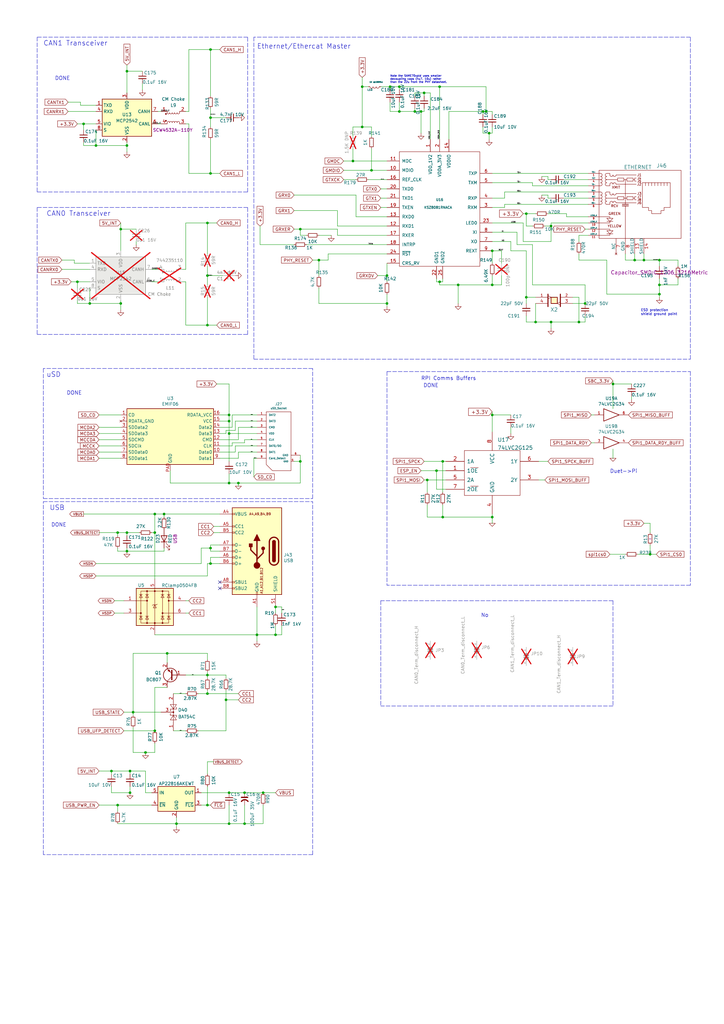
<source format=kicad_sch>
(kicad_sch (version 20231120) (generator "eeschema") (generator_version "8.0")
  (paper "A3" portrait)
  (title_block (title "Duet 3 Main Board 6XD") (date "2023-02-22") (rev "1.01") (company "Duet3d") (comment 1 "(c) Duet3D"))
  (junction (at 226.06 132.08))
  (junction (at 219.71 132.08))
  (junction (at 52.07 226.06))
  (junction (at 200.66 54.61))
  (junction (at 85.09 330.2))
  (junction (at 86.36 231.14))
  (junction (at 270.51 106.68))
  (junction (at 48.26 330.2))
  (junction (at 148.59 35.56))
  (junction (at 180.34 115.57))
  (junction (at 113.03 260.35))
  (junction (at 215.9 121.92))
  (junction (at 54.61 292.1))
  (junction (at 86.36 71.12))
  (junction (at 270.51 120.65))
  (junction (at 113.03 248.92))
  (junction (at 130.81 106.68))
  (junction (at 172.72 45.72))
  (junction (at 67.31 210.82))
  (junction (at 240.03 124.46))
  (junction (at 107.95 325.12))
  (junction (at 105.41 260.35))
  (junction (at 49.53 93.98))
  (junction (at 63.5 210.82))
  (junction (at 260.35 106.68))
  (junction (at 93.98 177.8))
  (junction (at 85.09 133.35))
  (junction (at 63.5 299.72))
  (junction (at 198.12 45.72))
  (junction (at 144.78 66.04))
  (junction (at 173.99 38.1))
  (junction (at 163.83 45.72))
  (junction (at 93.98 198.12))
  (junction (at 34.29 50.8))
  (junction (at 36.83 124.46))
  (junction (at 85.09 284.48))
  (junction (at 158.75 113.03))
  (junction (at 86.36 224.79))
  (junction (at 85.09 276.86))
  (junction (at 201.93 170.18))
  (junction (at 251.46 157.48))
  (junction (at 100.33 337.82))
  (junction (at 158.75 124.46))
  (junction (at 93.98 170.18))
  (junction (at 181.61 212.09))
  (junction (at 39.37 59.69))
  (junction (at 49.53 124.46))
  (junction (at 48.26 218.44))
  (junction (at 45.72 316.23))
  (junction (at 92.71 287.02))
  (junction (at 85.09 113.03))
  (junction (at 85.09 91.44))
  (junction (at 180.34 35.56))
  (junction (at 266.7 227.33))
  (junction (at 93.98 337.82))
  (junction (at 72.39 337.82))
  (junction (at 201.93 212.09))
  (junction (at 163.83 35.56))
  (junction (at 264.16 106.68))
  (junction (at 52.07 29.21))
  (junction (at 215.9 87.63))
  (junction (at 123.19 189.23))
  (junction (at 226.06 92.71))
  (junction (at 201.93 116.84))
  (junction (at 86.36 20.32))
  (junction (at 237.49 132.08))
  (junction (at 97.79 198.12))
  (junction (at 53.34 316.23))
  (junction (at 148.59 52.07))
  (junction (at 181.61 189.23))
  (junction (at 175.26 196.85))
  (junction (at 68.58 267.97))
  (junction (at 93.98 325.12))
  (junction (at 86.36 48.26))
  (junction (at 270.51 116.84))
  (junction (at 53.34 325.12))
  (junction (at 100.33 325.12))
  (junction (at 52.07 218.44))
  (junction (at 52.07 59.69))
  (junction (at 123.19 93.98))
  (junction (at 63.5 218.44))
  (junction (at 59.69 308.61))
  (junction (at 187.96 116.84))
  (junction (at 152.4 69.85))
  (junction (at 179.07 193.04))
  (junction (at 93.98 172.72))
  (junction (at 31.75 115.57))
  (junction (at 160.02 35.56))
  (junction (at 170.18 45.72))
  (junction (at 201.93 102.87))
  (junction (at 199.39 45.72))
  (no_connect (at 90.17 238.76))
  (no_connect (at 90.17 241.3))
  (wire (pts (xy 207.01 78.74) (xy 241.3 78.74)))
  (wire (pts (xy 201.93 102.87) (xy 201.93 107.95)))
  (wire (pts (xy 52.07 38.1) (xy 52.07 29.21)))
  (wire (pts (xy 64.77 45.72) (xy 66.04 45.72)))
  (wire (pts (xy 76.2 110.49) (xy 76.2 91.44)))
  (wire (pts (xy 48.26 330.2) (xy 62.23 330.2)))
  (wire (pts (xy 209.55 99.06) (xy 209.55 102.87)))
  (wire (pts (xy 97.79 187.96) (xy 97.79 185.42)))
  (wire (pts (xy 45.72 325.12) (xy 53.34 325.12)))
  (wire (pts (xy 138.43 86.36) (xy 138.43 92.71)))
  (wire (pts (xy 163.83 41.91) (xy 163.83 45.72)))
  (wire (pts (xy 218.44 100.33) (xy 212.09 100.33)))
  (wire (pts (xy 40.64 180.34) (xy 49.53 180.34)))
  (wire (pts (xy 93.98 198.12) (xy 97.79 198.12)))
  (wire (pts (xy 201.93 71.12) (xy 241.3 71.12)))
  (wire (pts (xy 46.99 246.38) (xy 50.8 246.38)))
  (wire (pts (xy 53.34 317.5) (xy 53.34 316.23)))
  (polyline (pts (xy 15.24 137.16) (xy 101.6 137.16)) (stroke (width 0) (type dash)))
  (wire (pts (xy 92.71 287.02) (xy 97.79 287.02)))
  (wire (pts (xy 232.41 88.9) (xy 241.3 88.9)))
  (wire (pts (xy 85.09 113.03) (xy 91.44 113.03)))
  (wire (pts (xy 160.02 35.56) (xy 163.83 35.56)))
  (wire (pts (xy 63.5 304.8) (xy 63.5 308.61)))
  (wire (pts (xy 40.64 177.8) (xy 49.53 177.8)))
  (wire (pts (xy 97.79 175.26) (xy 97.79 180.34)))
  (wire (pts (xy 237.49 106.68) (xy 237.49 104.14)))
  (wire (pts (xy 52.07 62.23) (xy 52.07 59.69)))
  (wire (pts (xy 172.72 193.04) (xy 179.07 193.04)))
  (wire (pts (xy 39.37 231.14) (xy 82.55 231.14)))
  (wire (pts (xy 52.07 59.69) (xy 52.07 58.42)))
  (wire (pts (xy 256.54 106.68) (xy 260.35 106.68)))
  (wire (pts (xy 86.36 20.32) (xy 90.17 20.32)))
  (wire (pts (xy 152.4 69.85) (xy 158.75 69.85)))
  (wire (pts (xy 207.01 81.28) (xy 201.93 81.28)))
  (wire (pts (xy 115.57 251.46) (xy 115.57 248.92)))
  (wire (pts (xy 251.46 157.48) (xy 251.46 156.21)))
  (wire (pts (xy 201.93 46.99) (xy 201.93 45.72)))
  (wire (pts (xy 251.46 167.64) (xy 251.46 157.48)))
  (polyline (pts (xy 158.75 152.4) (xy 158.75 240.03)) (stroke (width 0) (type dash)))
  (wire (pts (xy 260.35 106.68) (xy 260.35 104.14)))
  (wire (pts (xy 123.19 93.98) (xy 123.19 96.52)))
  (wire (pts (xy 226.06 134.62) (xy 226.06 132.08)))
  (polyline (pts (xy 17.78 151.13) (xy 17.78 204.47)) (stroke (width 0) (type dash)))
  (wire (pts (xy 224.79 73.66) (xy 226.06 73.66)))
  (wire (pts (xy 205.74 102.87) (xy 205.74 107.95)))
  (wire (pts (xy 138.43 93.98) (xy 138.43 96.52)))
  (wire (pts (xy 144.78 66.04) (xy 158.75 66.04)))
  (wire (pts (xy 82.55 231.14) (xy 82.55 224.79)))
  (wire (pts (xy 67.31 224.79) (xy 67.31 226.06)))
  (wire (pts (xy 92.71 177.8) (xy 92.71 176.53)))
  (wire (pts (xy 76.2 246.38) (xy 77.47 246.38)))
  (wire (pts (xy 55.88 100.33) (xy 55.88 99.06)))
  (wire (pts (xy 31.75 124.46) (xy 36.83 124.46)))
  (wire (pts (xy 270.51 106.68) (xy 278.13 106.68)))
  (wire (pts (xy 205.74 113.03) (xy 205.74 116.84)))
  (polyline (pts (xy 17.78 204.47) (xy 128.27 204.47)) (stroke (width 0) (type dash)))
  (wire (pts (xy 215.9 129.54) (xy 215.9 132.08)))
  (wire (pts (xy 181.61 115.57) (xy 181.61 114.3)))
  (wire (pts (xy 107.95 325.12) (xy 113.03 325.12)))
  (wire (pts (xy 76.2 251.46) (xy 77.47 251.46)))
  (wire (pts (xy 39.37 50.8) (xy 34.29 50.8)))
  (wire (pts (xy 92.71 176.53) (xy 96.52 176.53)))
  (wire (pts (xy 146.05 88.9) (xy 146.05 80.01)))
  (wire (pts (xy 175.26 196.85) (xy 182.88 196.85)))
  (wire (pts (xy 59.69 325.12) (xy 59.69 316.23)))
  (wire (pts (xy 86.36 224.79) (xy 86.36 226.06)))
  (polyline (pts (xy 101.6 78.74) (xy 101.6 15.24)) (stroke (width 0) (type dash)))
  (wire (pts (xy 36.83 107.95) (xy 30.48 107.95)))
  (wire (pts (xy 128.27 106.68) (xy 130.81 106.68)))
  (wire (pts (xy 180.34 115.57) (xy 181.61 115.57)))
  (wire (pts (xy 120.65 86.36) (xy 138.43 86.36)))
  (wire (pts (xy 232.41 87.63) (xy 232.41 88.9)))
  (wire (pts (xy 175.26 207.01) (xy 175.26 212.09)))
  (wire (pts (xy 86.36 48.26) (xy 86.36 52.07)))
  (wire (pts (xy 45.72 317.5) (xy 45.72 316.23)))
  (wire (pts (xy 52.07 29.21) (xy 52.07 26.67)))
  (wire (pts (xy 266.7 214.63) (xy 266.7 218.44)))
  (wire (pts (xy 67.31 226.06) (xy 52.07 226.06)))
  (wire (pts (xy 120.65 80.01) (xy 146.05 80.01)))
  (wire (pts (xy 198.12 52.07) (xy 198.12 54.61)))
  (wire (pts (xy 31.75 123.19) (xy 31.75 124.46)))
  (wire (pts (xy 158.75 125.73) (xy 158.75 124.46)))
  (wire (pts (xy 144.78 52.07) (xy 148.59 52.07)))
  (wire (pts (xy 90.17 185.42) (xy 96.52 185.42)))
  (wire (pts (xy 209.55 102.87) (xy 215.9 102.87)))
  (wire (pts (xy 218.44 76.2) (xy 218.44 74.93)))
  (wire (pts (xy 90.17 210.82) (xy 67.31 210.82)))
  (wire (pts (xy 36.83 118.11) (xy 36.83 124.46)))
  (wire (pts (xy 86.36 48.26) (xy 92.71 48.26)))
  (wire (pts (xy 187.96 116.84) (xy 201.93 116.84)))
  (wire (pts (xy 248.92 106.68) (xy 248.92 120.65)))
  (wire (pts (xy 215.9 87.63) (xy 219.71 87.63)))
  (wire (pts (xy 106.68 100.33) (xy 120.65 100.33)))
  (wire (pts (xy 214.63 99.06) (xy 214.63 91.44)))
  (wire (pts (xy 120.65 189.23) (xy 123.19 189.23)))
  (wire (pts (xy 215.9 124.46) (xy 215.9 121.92)))
  (wire (pts (xy 148.59 35.56) (xy 151.13 35.56)))
  (wire (pts (xy 85.09 91.44) (xy 88.9 91.44)))
  (wire (pts (xy 172.72 45.72) (xy 170.18 45.72)))
  (wire (pts (xy 63.5 299.72) (xy 50.8 299.72)))
  (wire (pts (xy 54.61 292.1) (xy 66.04 292.1)))
  (wire (pts (xy 93.98 194.31) (xy 93.98 198.12)))
  (wire (pts (xy 130.81 124.46) (xy 158.75 124.46)))
  (wire (pts (xy 201.93 113.03) (xy 201.93 116.84)))
  (wire (pts (xy 172.72 45.72) (xy 172.72 54.61)))
  (wire (pts (xy 85.09 267.97) (xy 68.58 267.97)))
  (wire (pts (xy 45.72 322.58) (xy 45.72 325.12)))
  (wire (pts (xy 259.08 163.83) (xy 259.08 162.56)))
  (wire (pts (xy 85.09 276.86) (xy 85.09 278.13)))
  (wire (pts (xy 123.19 93.98) (xy 138.43 93.98)))
  (wire (pts (xy 180.34 35.56) (xy 180.34 57.15)))
  (wire (pts (xy 182.88 200.66) (xy 179.07 200.66)))
  (wire (pts (xy 62.23 115.57) (xy 64.77 115.57)))
  (wire (pts (xy 148.59 35.56) (xy 148.59 31.75)))
  (wire (pts (xy 85.09 121.92) (xy 85.09 133.35)))
  (wire (pts (xy 53.34 316.23) (xy 45.72 316.23)))
  (wire (pts (xy 234.95 124.46) (xy 240.03 124.46)))
  (wire (pts (xy 130.81 106.68) (xy 134.62 106.68)))
  (wire (pts (xy 100.33 180.34) (xy 100.33 181.61)))
  (wire (pts (xy 140.97 66.04) (xy 144.78 66.04)))
  (wire (pts (xy 237.49 99.06) (xy 237.49 96.52)))
  (wire (pts (xy 113.03 260.35) (xy 115.57 260.35)))
  (wire (pts (xy 85.09 330.2) (xy 86.36 330.2)))
  (wire (pts (xy 86.36 57.15) (xy 86.36 71.12)))
  (wire (pts (xy 45.72 316.23) (xy 40.64 316.23)))
  (wire (pts (xy 260.35 106.68) (xy 264.16 106.68)))
  (wire (pts (xy 224.79 87.63) (xy 232.41 87.63)))
  (wire (pts (xy 201.93 116.84) (xy 205.74 116.84)))
  (wire (pts (xy 52.07 218.44) (xy 57.15 218.44)))
  (wire (pts (xy 231.14 73.66) (xy 241.3 73.66)))
  (wire (pts (xy 200.66 54.61) (xy 200.66 57.15)))
  (wire (pts (xy 85.09 312.42) (xy 85.09 317.5)))
  (wire (pts (xy 87.63 312.42) (xy 85.09 312.42)))
  (wire (pts (xy 138.43 92.71) (xy 158.75 92.71)))
  (wire (pts (xy 201.93 170.18) (xy 201.93 177.165)))
  (wire (pts (xy 76.2 133.35) (xy 85.09 133.35)))
  (wire (pts (xy 173.99 38.1) (xy 170.18 38.1)))
  (wire (pts (xy 215.9 92.71) (xy 218.44 92.71)))
  (wire (pts (xy 201.93 85.09) (xy 207.01 85.09)))
  (wire (pts (xy 55.88 93.98) (xy 49.53 93.98)))
  (wire (pts (xy 40.64 182.88) (xy 49.53 182.88)))
  (wire (pts (xy 125.73 100.33) (xy 158.75 100.33)))
  (wire (pts (xy 270.51 120.65) (xy 270.51 121.92)))
  (wire (pts (xy 212.09 100.33) (xy 212.09 95.25)))
  (wire (pts (xy 86.36 20.32) (xy 86.36 39.37)))
  (wire (pts (xy 93.98 198.12) (xy 69.85 198.12)))
  (wire (pts (xy 148.59 52.07) (xy 148.59 35.56)))
  (wire (pts (xy 181.61 189.23) (xy 182.88 189.23)))
  (wire (pts (xy 106.68 92.71) (xy 106.68 100.33)))
  (wire (pts (xy 40.64 330.2) (xy 48.26 330.2)))
  (wire (pts (xy 201.93 45.72) (xy 199.39 45.72)))
  (wire (pts (xy 224.79 72.39) (xy 224.79 73.66)))
  (polyline (pts (xy 251.46 246.38) (xy 156.21 246.38)) (stroke (width 0) (type dash)))
  (wire (pts (xy 264.16 106.68) (xy 270.51 106.68)))
  (wire (pts (xy 86.36 44.45) (xy 86.36 48.26)))
  (wire (pts (xy 100.33 181.61) (xy 95.25 181.61)))
  (wire (pts (xy 86.36 228.6) (xy 86.36 231.14)))
  (wire (pts (xy 86.36 223.52) (xy 90.17 223.52)))
  (wire (pts (xy 248.92 120.65) (xy 270.51 120.65)))
  (wire (pts (xy 33.02 41.91) (xy 27.94 41.91)))
  (wire (pts (xy 72.39 337.82) (xy 72.39 339.09)))
  (wire (pts (xy 93.98 172.72) (xy 93.98 177.8)))
  (wire (pts (xy 48.26 219.71) (xy 48.26 218.44)))
  (wire (pts (xy 86.36 228.6) (xy 90.17 228.6)))
  (wire (pts (xy 52.07 219.71) (xy 52.07 218.44)))
  (wire (pts (xy 96.52 185.42) (xy 96.52 182.88)))
  (polyline (pts (xy 156.21 246.38) (xy 156.21 289.56)) (stroke (width 0) (type dash)))
  (wire (pts (xy 105.41 260.35) (xy 105.41 262.89)))
  (wire (pts (xy 199.39 45.72) (xy 198.12 45.72)))
  (wire (pts (xy 86.36 226.06) (xy 90.17 226.06)))
  (wire (pts (xy 219.71 124.46) (xy 219.71 132.08)))
  (wire (pts (xy 90.17 187.96) (xy 97.79 187.96)))
  (wire (pts (xy 270.51 116.84) (xy 278.13 116.84)))
  (wire (pts (xy 34.29 58.42) (xy 34.29 59.69)))
  (wire (pts (xy 264.16 214.63) (xy 266.7 214.63)))
  (wire (pts (xy 85.09 113.03) (xy 85.09 116.84)))
  (wire (pts (xy 209.55 177.8) (xy 209.55 175.26)))
  (wire (pts (xy 181.61 207.01) (xy 181.61 212.09)))
  (wire (pts (xy 218.44 116.84) (xy 240.03 116.84)))
  (wire (pts (xy 48.26 226.06) (xy 48.26 224.79)))
  (wire (pts (xy 90.17 177.8) (xy 92.71 177.8)))
  (wire (pts (xy 34.29 53.34) (xy 34.29 50.8)))
  (wire (pts (xy 270.51 116.84) (xy 270.51 120.65)))
  (wire (pts (xy 173.99 189.23) (xy 181.61 189.23)))
  (wire (pts (xy 173.99 38.1) (xy 173.99 39.37)))
  (wire (pts (xy 76.2 91.44) (xy 85.09 91.44)))
  (wire (pts (xy 173.99 45.72) (xy 172.72 45.72)))
  (wire (pts (xy 251.46 184.15) (xy 251.46 187.96)))
  (wire (pts (xy 100.33 330.2) (xy 100.33 337.82)))
  (wire (pts (xy 90.17 172.72) (xy 93.98 172.72)))
  (wire (pts (xy 86.36 71.12) (xy 90.17 71.12)))
  (wire (pts (xy 96.52 176.53) (xy 96.52 172.72)))
  (wire (pts (xy 54.61 298.45) (xy 54.61 308.61)))
  (wire (pts (xy 62.23 110.49) (xy 64.77 110.49)))
  (wire (pts (xy 76.2 45.72) (xy 77.47 45.72)))
  (polyline (pts (xy 101.6 15.24) (xy 15.24 15.24)) (stroke (width 0) (type dash)))
  (wire (pts (xy 170.18 38.1) (xy 170.18 39.37)))
  (polyline (pts (xy 17.78 205.74) (xy 128.27 205.74)) (stroke (width 0) (type dash)))
  (wire (pts (xy 207.01 83.82) (xy 241.3 83.82)))
  (wire (pts (xy 223.52 92.71) (xy 226.06 92.71)))
  (wire (pts (xy 104.14 187.96) (xy 105.41 187.96)))
  (wire (pts (xy 176.53 57.15) (xy 176.53 38.1)))
  (wire (pts (xy 201.93 210.82) (xy 201.93 212.09)))
  (wire (pts (xy 187.96 124.46) (xy 187.96 116.84)))
  (wire (pts (xy 48.26 330.2) (xy 48.26 332.74)))
  (wire (pts (xy 179.07 200.66) (xy 179.07 193.04)))
  (wire (pts (xy 85.09 270.51) (xy 85.09 267.97)))
  (wire (pts (xy 214.63 99.06) (xy 226.06 99.06)))
  (wire (pts (xy 152.4 69.85) (xy 140.97 69.85)))
  (wire (pts (xy 90.17 180.34) (xy 97.79 180.34)))
  (wire (pts (xy 74.93 110.49) (xy 76.2 110.49)))
  (wire (pts (xy 179.07 115.57) (xy 180.34 115.57)))
  (wire (pts (xy 100.33 180.34) (xy 105.41 180.34)))
  (wire (pts (xy 95.25 181.61) (xy 95.25 182.88)))
  (wire (pts (xy 264.16 106.68) (xy 264.16 104.14)))
  (wire (pts (xy 226.06 92.71) (xy 226.06 99.06)))
  (wire (pts (xy 85.09 284.48) (xy 97.79 284.48)))
  (polyline (pts (xy 283.21 15.24) (xy 104.14 15.24)) (stroke (width 0) (type dash)))
  (wire (pts (xy 90.17 170.18) (xy 93.98 170.18)))
  (wire (pts (xy 220.98 196.85) (xy 223.52 196.85)))
  (wire (pts (xy 93.98 177.8) (xy 93.98 189.23)))
  (wire (pts (xy 222.25 80.01) (xy 224.79 80.01)))
  (wire (pts (xy 256.54 104.14) (xy 256.54 106.68)))
  (wire (pts (xy 173.99 44.45) (xy 173.99 45.72)))
  (wire (pts (xy 48.26 337.82) (xy 72.39 337.82)))
  (wire (pts (xy 226.06 91.44) (xy 241.3 91.44)))
  (wire (pts (xy 97.79 198.12) (xy 97.79 199.39)))
  (wire (pts (xy 77.47 71.12) (xy 86.36 71.12)))
  (wire (pts (xy 215.9 132.08) (xy 219.71 132.08)))
  (wire (pts (xy 93.98 157.48) (xy 93.98 170.18)))
  (wire (pts (xy 158.75 120.65) (xy 158.75 124.46)))
  (wire (pts (xy 105.41 260.35) (xy 113.03 260.35)))
  (wire (pts (xy 58.42 29.21) (xy 52.07 29.21)))
  (wire (pts (xy 64.77 50.8) (xy 66.04 50.8)))
  (wire (pts (xy 266.7 223.52) (xy 266.7 227.33)))
  (wire (pts (xy 46.99 251.46) (xy 50.8 251.46)))
  (wire (pts (xy 105.41 177.8) (xy 93.98 177.8)))
  (wire (pts (xy 266.7 227.33) (xy 269.24 227.33)))
  (wire (pts (xy 163.83 45.72) (xy 170.18 45.72)))
  (wire (pts (xy 67.31 210.82) (xy 63.5 210.82)))
  (wire (pts (xy 240.03 124.46) (xy 240.03 116.84)))
  (wire (pts (xy 175.26 212.09) (xy 181.61 212.09)))
  (wire (pts (xy 93.98 170.18) (xy 93.98 172.72)))
  (wire (pts (xy 76.2 115.57) (xy 76.2 133.35)))
  (wire (pts (xy 184.15 57.15) (xy 184.15 45.72)))
  (wire (pts (xy 85.09 284.48) (xy 85.09 283.21)))
  (wire (pts (xy 62.23 325.12) (xy 59.69 325.12)))
  (wire (pts (xy 215.9 102.87) (xy 215.9 121.92)))
  (wire (pts (xy 179.07 193.04) (xy 182.88 193.04)))
  (wire (pts (xy 31.75 118.11) (xy 31.75 115.57)))
  (wire (pts (xy 219.71 132.08) (xy 226.06 132.08)))
  (wire (pts (xy 25.4 110.49) (xy 36.83 110.49)))
  (wire (pts (xy 49.53 127) (xy 49.53 124.46)))
  (wire (pts (xy 201.93 54.61) (xy 201.93 52.07)))
  (wire (pts (xy 40.64 218.44) (xy 48.26 218.44)))
  (wire (pts (xy 48.26 218.44) (xy 52.07 218.44)))
  (wire (pts (xy 184.15 45.72) (xy 198.12 45.72)))
  (wire (pts (xy 201.93 102.87) (xy 205.74 102.87)))
  (wire (pts (xy 82.55 325.12) (xy 93.98 325.12)))
  (wire (pts (xy 134.62 104.14) (xy 158.75 104.14)))
  (polyline (pts (xy 104.14 147.32) (xy 283.21 147.32)) (stroke (width 0) (type dash)))
  (wire (pts (xy 123.19 96.52) (xy 125.73 96.52)))
  (wire (pts (xy 77.47 20.32) (xy 86.36 20.32)))
  (wire (pts (xy 87.63 215.9) (xy 90.17 215.9)))
  (wire (pts (xy 278.13 116.84) (xy 278.13 114.3)))
  (wire (pts (xy 113.03 248.92) (xy 115.57 248.92)))
  (wire (pts (xy 226.06 132.08) (xy 237.49 132.08)))
  (wire (pts (xy 259.08 157.48) (xy 251.46 157.48)))
  (wire (pts (xy 100.33 325.12) (xy 93.98 325.12)))
  (wire (pts (xy 152.4 52.07) (xy 148.59 52.07)))
  (wire (pts (xy 207.01 85.09) (xy 207.01 83.82)))
  (wire (pts (xy 40.64 175.26) (xy 49.53 175.26)))
  (wire (pts (xy 86.36 231.14) (xy 85.09 231.14)))
  (wire (pts (xy 222.25 72.39) (xy 224.79 72.39)))
  (polyline (pts (xy 251.46 246.38) (xy 251.46 289.56)) (stroke (width 0) (type dash)))
  (wire (pts (xy 107.95 337.82) (xy 100.33 337.82)))
  (wire (pts (xy 90.17 175.26) (xy 95.25 175.26)))
  (wire (pts (xy 158.75 113.03) (xy 158.75 107.95)))
  (wire (pts (xy 81.28 299.72) (xy 92.71 299.72)))
  (wire (pts (xy 180.34 116.84) (xy 187.96 116.84)))
  (wire (pts (xy 226.06 91.44) (xy 226.06 92.71)))
  (polyline (pts (xy 17.78 350.52) (xy 17.78 205.74)) (stroke (width 0) (type dash)))
  (wire (pts (xy 163.83 35.56) (xy 180.34 35.56)))
  (wire (pts (xy 63.5 260.35) (xy 105.41 260.35)))
  (wire (pts (xy 63.5 218.44) (xy 63.5 237.49)))
  (wire (pts (xy 107.95 325.12) (xy 100.33 325.12)))
  (wire (pts (xy 39.37 59.69) (xy 52.07 59.69)))
  (wire (pts (xy 146.05 88.9) (xy 158.75 88.9)))
  (wire (pts (xy 198.12 54.61) (xy 200.66 54.61)))
  (wire (pts (xy 88.9 157.48) (xy 93.98 157.48)))
  (polyline (pts (xy 128.27 350.52) (xy 128.27 205.74)) (stroke (width 0) (type dash)))
  (polyline (pts (xy 283.21 147.32) (xy 283.21 15.24)) (stroke (width 0) (type dash)))
  (wire (pts (xy 58.42 36.83) (xy 58.42 34.29)))
  (wire (pts (xy 240.03 129.54) (xy 240.03 132.08)))
  (wire (pts (xy 160.02 45.72) (xy 163.83 45.72)))
  (wire (pts (xy 237.49 106.68) (xy 248.92 106.68)))
  (wire (pts (xy 34.29 50.8) (xy 31.75 50.8)))
  (wire (pts (xy 179.07 114.3) (xy 179.07 115.57)))
  (wire (pts (xy 54.61 267.97) (xy 54.61 292.1)))
  (wire (pts (xy 85.09 322.58) (xy 85.09 330.2)))
  (polyline (pts (xy 158.75 152.4) (xy 283.21 152.4)) (stroke (width 0) (type dash)))
  (wire (pts (xy 215.9 92.71) (xy 215.9 87.63)))
  (wire (pts (xy 158.75 115.57) (xy 158.75 113.03)))
  (wire (pts (xy 95.25 182.88) (xy 90.17 182.88)))
  (wire (pts (xy 36.83 115.57) (xy 31.75 115.57)))
  (wire (pts (xy 30.48 106.68) (xy 25.4 106.68)))
  (wire (pts (xy 34.29 59.69) (xy 39.37 59.69)))
  (wire (pts (xy 138.43 96.52) (xy 158.75 96.52)))
  (wire (pts (xy 237.49 121.92) (xy 237.49 132.08)))
  (polyline (pts (xy 15.24 15.24) (xy 15.24 78.74)) (stroke (width 0) (type dash)))
  (wire (pts (xy 180.34 115.57) (xy 180.34 116.84)))
  (wire (pts (xy 82.55 330.2) (xy 85.09 330.2)))
  (wire (pts (xy 160.02 41.91) (xy 160.02 45.72)))
  (wire (pts (xy 67.31 210.82) (xy 67.31 212.09)))
  (wire (pts (xy 242.57 181.61) (xy 243.84 181.61)))
  (wire (pts (xy 115.57 260.35) (xy 115.57 256.54)))
  (wire (pts (xy 77.47 50.8) (xy 77.47 71.12)))
  (wire (pts (xy 123.19 189.23) (xy 123.19 186.69)))
  (wire (pts (xy 270.51 114.3) (xy 270.51 116.84)))
  (wire (pts (xy 100.33 337.82) (xy 93.98 337.82)))
  (wire (pts (xy 77.47 45.72) (xy 77.47 20.32)))
  (wire (pts (xy 113.03 251.46) (xy 113.03 248.92)))
  (wire (pts (xy 201.93 99.06) (xy 209.55 99.06)))
  (wire (pts (xy 33.02 43.18) (xy 33.02 41.91)))
  (wire (pts (xy 63.5 210.82) (xy 63.5 218.44)))
  (wire (pts (xy 105.41 248.92) (xy 105.41 260.35)))
  (wire (pts (xy 69.85 198.12) (xy 69.85 193.04)))
  (polyline (pts (xy 101.6 137.16) (xy 101.6 85.09)) (stroke (width 0) (type dash)))
  (polyline (pts (xy 104.14 15.24) (xy 104.14 147.32)) (stroke (width 0) (type dash)))
  (wire (pts (xy 97.79 175.26) (xy 105.41 175.26)))
  (wire (pts (xy 40.64 170.18) (xy 49.53 170.18)))
  (wire (pts (xy 82.55 224.79) (xy 86.36 224.79)))
  (wire (pts (xy 134.62 104.14) (xy 134.62 106.68)))
  (wire (pts (xy 95.25 170.18) (xy 105.41 170.18)))
  (wire (pts (xy 113.03 256.54) (xy 113.03 260.35)))
  (wire (pts (xy 181.61 189.23) (xy 181.61 201.93)))
  (wire (pts (xy 163.83 35.56) (xy 163.83 36.83)))
  (wire (pts (xy 130.81 106.68) (xy 130.81 113.03)))
  (wire (pts (xy 49.53 102.87) (xy 49.53 93.98)))
  (wire (pts (xy 144.78 60.96) (xy 144.78 66.04)))
  (wire (pts (xy 231.14 81.28) (xy 241.3 81.28)))
  (wire (pts (xy 39.37 43.18) (xy 33.02 43.18)))
  (polyline (pts (xy 15.24 78.74) (xy 101.6 78.74)) (stroke (width 0) (type dash)))
  (wire (pts (xy 200.66 54.61) (xy 201.93 54.61)))
  (wire (pts (xy 97.79 198.12) (xy 123.19 198.12)))
  (wire (pts (xy 104.14 195.58) (xy 104.14 187.96)))
  (wire (pts (xy 181.61 212.09) (xy 201.93 212.09)))
  (wire (pts (xy 176.53 38.1) (xy 173.99 38.1)))
  (wire (pts (xy 93.98 337.82) (xy 72.39 337.82)))
  (wire (pts (xy 278.13 109.22) (xy 278.13 106.68)))
  (wire (pts (xy 85.09 133.35) (xy 88.9 133.35)))
  (wire (pts (xy 207.01 78.74) (xy 207.01 81.28)))
  (wire (pts (xy 40.64 187.96) (xy 49.53 187.96)))
  (wire (pts (xy 201.93 168.91) (xy 201.93 170.18)))
  (wire (pts (xy 156.21 35.56) (xy 160.02 35.56)))
  (wire (pts (xy 63.5 308.61) (xy 59.69 308.61)))
  (wire (pts (xy 152.4 60.96) (xy 152.4 69.85)))
  (wire (pts (xy 158.75 85.09) (xy 156.21 85.09)))
  (wire (pts (xy 240.03 93.98) (xy 241.3 93.98)))
  (wire (pts (xy 209.55 170.18) (xy 201.93 170.18)))
  (wire (pts (xy 92.71 283.21) (xy 92.71 287.02)))
  (polyline (pts (xy 128.27 350.52) (xy 17.78 350.52)) (stroke (width 0) (type dash)))
  (wire (pts (xy 76.2 50.8) (xy 77.47 50.8)))
  (wire (pts (xy 62.23 218.44) (xy 63.5 218.44)))
  (wire (pts (xy 63.5 281.94) (xy 63.5 299.72)))
  (wire (pts (xy 40.64 185.42) (xy 49.53 185.42)))
  (wire (pts (xy 144.78 52.07) (xy 144.78 55.88)))
  (wire (pts (xy 53.34 322.58) (xy 53.34 325.12)))
  (polyline (pts (xy 128.27 151.13) (xy 17.78 151.13)) (stroke (width 0) (type dash)))
  (wire (pts (xy 72.39 335.28) (xy 72.39 337.82)))
  (wire (pts (xy 95.25 175.26) (xy 95.25 170.18)))
  (wire (pts (xy 224.79 80.01) (xy 224.79 81.28)))
  (wire (pts (xy 140.97 73.66) (xy 146.05 73.66)))
  (wire (pts (xy 212.09 95.25) (xy 201.93 95.25)))
  (wire (pts (xy 152.4 52.07) (xy 152.4 55.88)))
  (wire (pts (xy 31.75 115.57) (xy 29.21 115.57)))
  (wire (pts (xy 120.65 93.98) (xy 123.19 93.98)))
  (wire (pts (xy 214.63 91.44) (xy 201.93 91.44)))
  (wire (pts (xy 234.95 121.92) (xy 237.49 121.92)))
  (wire (pts (xy 81.28 284.48) (xy 85.09 284.48)))
  (wire (pts (xy 76.2 276.86) (xy 85.09 276.86)))
  (wire (pts (xy 74.93 115.57) (xy 76.2 115.57)))
  (polyline (pts (xy 15.24 85.09) (xy 15.24 137.16)) (stroke (width 0) (type dash)))
  (wire (pts (xy 201.93 212.09) (xy 201.93 214.63)))
  (wire (pts (xy 130.81 118.11) (xy 130.81 124.46)))
  (wire (pts (xy 242.57 170.18) (xy 243.84 170.18)))
  (wire (pts (xy 76.2 284.48) (xy 71.12 284.48)))
  (wire (pts (xy 158.75 77.47) (xy 156.21 77.47)))
  (wire (pts (xy 87.63 218.44) (xy 90.17 218.44)))
  (wire (pts (xy 160.02 36.83) (xy 160.02 35.56)))
  (wire (pts (xy 175.26 196.85) (xy 175.26 201.93)))
  (wire (pts (xy 199.39 35.56) (xy 199.39 45.72)))
  (polyline (pts (xy 251.46 289.56) (xy 156.21 289.56)) (stroke (width 0) (type dash)))
  (polyline (pts (xy 101.6 85.09) (xy 15.24 85.09)) (stroke (width 0) (type dash)))
  (wire (pts (xy 36.83 124.46) (xy 49.53 124.46)))
  (wire (pts (xy 27.94 45.72) (xy 39.37 45.72)))
  (wire (pts (xy 158.75 81.28) (xy 156.21 81.28)))
  (wire (pts (xy 54.61 308.61) (xy 59.69 308.61)))
  (polyline (pts (xy 128.27 204.47) (xy 128.27 151.13)) (stroke (width 0) (type dash)))
  (wire (pts (xy 214.63 87.63) (xy 215.9 87.63)))
  (wire (pts (xy 96.52 172.72) (xy 105.41 172.72)))
  (wire (pts (xy 224.79 81.28) (xy 226.06 81.28)))
  (wire (pts (xy 270.51 106.68) (xy 270.51 109.22)))
  (wire (pts (xy 96.52 182.88) (xy 105.41 182.88)))
  (wire (pts (xy 237.49 132.08) (xy 240.03 132.08)))
  (wire (pts (xy 151.13 73.66) (xy 158.75 73.66)))
  (wire (pts (xy 68.58 267.97) (xy 54.61 267.97)))
  (wire (pts (xy 92.71 278.13) (xy 92.71 276.86)))
  (wire (pts (xy 154.94 113.03) (xy 158.75 113.03)))
  (wire (pts (xy 92.71 276.86) (xy 85.09 276.86)))
  (wire (pts (xy 68.58 267.97) (xy 68.58 271.78)))
  (wire (pts (xy 92.71 299.72) (xy 92.71 287.02)))
  (wire (pts (xy 59.69 316.23) (xy 53.34 316.23)))
  (polyline (pts (xy 283.21 152.4) (xy 283.21 240.03)) (stroke (width 0) (type dash)))
  (wire (pts (xy 215.9 121.92) (xy 219.71 121.92)))
  (wire (pts (xy 54.61 292.1) (xy 50.8 292.1)))
  (wire (pts (xy 180.34 35.56) (xy 199.39 35.56)))
  (wire (pts (xy 68.58 281.94) (xy 63.5 281.94)))
  (wire (pts (xy 250.19 227.33) (xy 256.54 227.33)))
  (wire (pts (xy 198.12 45.72) (xy 198.12 46.99)))
  (wire (pts (xy 52.07 226.06) (xy 48.26 226.06)))
  (wire (pts (xy 170.18 45.72) (xy 170.18 44.45)))
  (polyline (pts (xy 283.21 240.03) (xy 158.75 240.03)) (stroke (width 0) (type dash)))
  (wire (pts (xy 173.99 196.85) (xy 175.26 196.85)))
  (wire (pts (xy 93.98 330.2) (xy 93.98 337.82)))
  (wire (pts (xy 85.09 91.44) (xy 85.09 104.14)))
  (wire (pts (xy 97.79 185.42) (xy 105.41 185.42)))
  (wire (pts (xy 220.98 189.23) (xy 224.79 189.23)))
  (wire (pts (xy 261.62 227.33) (xy 266.7 227.33)))
  (wire (pts (xy 218.44 74.93) (xy 201.93 74.93)))
  (wire (pts (xy 85.09 109.22) (xy 85.09 113.03)))
  (wire (pts (xy 86.36 231.14) (xy 90.17 231.14)))
  (wire (pts (xy 49.53 93.98) (xy 49.53 91.44)))
  (wire (pts (xy 39.37 53.34) (xy 39.37 59.69)))
  (wire (pts (xy 237.49 96.52) (xy 241.3 96.52)))
  (wire (pts (xy 30.48 107.95) (xy 30.48 106.68)))
  (wire (pts (xy 130.81 96.52) (xy 135.89 96.52)))
  (wire (pts (xy 54.61 293.37) (xy 54.61 292.1)))
  (wire (pts (xy 52.07 224.79) (xy 52.07 226.06)))
  (wire (pts (xy 85.09 276.86) (xy 85.09 275.59)))
  (wire (pts (xy 123.19 198.12) (xy 123.19 189.23)))
  (wire (pts (xy 39.37 236.22) (xy 85.09 236.22)))
  (wire (pts (xy 85.09 231.14) (xy 85.09 236.22)))
  (wire (pts (xy 76.2 299.72) (xy 71.12 299.72)))
  (wire (pts (xy 218.44 100.33) (xy 218.44 116.84)))
  (wire (pts (xy 241.3 76.2) (xy 218.44 76.2)))
  (wire (pts (xy 86.36 223.52) (xy 86.36 224.79)))
  (wire (pts (xy 49.53 124.46) (xy 49.53 123.19)))
  (wire (pts (xy 34.29 210.82) (xy 63.5 210.82)))
  (wire (pts (xy 107.95 330.2) (xy 107.95 337.82)))
  (text "uSD" (at 19.05 154.94 0) (effects (font (size 2.0066 2.0066)) (justify left bottom)))
  (text "USB" (at 20.32 209.55 0) (effects (font (size 2.0066 2.0066)) (justify left bottom)))
  (text "DONE" (at 25.654 32.258 0) (effects (font (size 1.524 1.524))))
  (text "RPI Comms Buffers" (at 172.72 156.21 0) (effects (font (size 1.524 1.524)) (justify left bottom)))
  (text "DONE" (at 30.48 161.29 0) (effects (font (size 1.524 1.524))))
  (text "Duet->Pi" (at 250.19 194.31 0) (effects (font (size 1.524 1.524)) (justify left bottom)))
  (text "CAN1 Transceiver" (at 17.78 19.05 0) (effects (font (size 2.0066 2.0066)) (justify left bottom)))
  (text "No" (at 198.882 252.476 0) (effects (font (size 1.524 1.524))))
  (text "DONE" (at 24.13 215.392 0) (effects (font (size 1.524 1.524))))
  (text "DONE" (at 176.784 158.242 0) (effects (font (size 1.524 1.524))))
  (text "Ethernet/Ethercat Master" (at 105.41 20.32 0) (effects (font (size 2.0066 2.0066)) (justify left bottom)))
  (text "Note the SAME70xpld uses smaller\ndecoupling caps (4u7, 10u) rather\nthan the 22u from the PHY datasheet." (at 160.02 34.29 0) (effects (font (size 0.7874 0.7874)) (justify left bottom)))
  (text "CAN0 Transceiver" (at 19.05 88.9 0) (effects (font (size 2.0066 2.0066)) (justify left bottom)))
  (text "ESD protection\nshield ground point\n" (at 262.89 129.54 0) (effects (font (size 0.9906 0.9906)) (justify left bottom)))
  (label "DAT1" (at 102.87 185.42 0) (effects (font (size 0.2032 0.2032))))
  (label "CMD" (at 102.87 175.26 0) (effects (font (size 0.2032 0.2032))))
  (label "TD+" (at 212.09 71.12 0) (effects (font (size 0.508 0.508))))
  (label "intrp" (at 151.13 100.33 0) (effects (font (size 0.508 0.508))))
  (label "DAT2" (at 102.87 170.18 0) (effects (font (size 0.2032 0.2032))))
  (label "RD+" (at 212.09 78.74 0) (effects (font (size 0.508 0.508))))
  (label "q1b" (at 78.74 276.86 0) (effects (font (size 0.2032 0.2032))))
  (label "LED0" (at 209.55 91.44 0) (effects (font (size 0.508 0.508))))
  (label "REXT" (at 204.47 102.87 0) (effects (font (size 0.508 0.508))))
  (label "SD_cd" (at 104.14 187.96 0) (effects (font (size 0.2032 0.2032))))
  (label "CAN0H_C" (at 62.23 110.49 0) (effects (font (size 0.508 0.508))))
  (label "cc1d" (at 73.66 284.48 0) (effects (font (size 0.2032 0.2032))))
  (label "XO" (at 205.74 99.06 0) (effects (font (size 0.508 0.508))))
  (label "VDDA_3V3" (at 180.34 57.15 90) (effects (font (size 0.508 0.508))))
  (label "usbce" (at 115.57 250.19 0) (effects (font (size 0.2032 0.2032))))
  (label "SHIELD_GND" (at 267.97 106.68 0) (effects (font (size 0.2032 0.2032))))
  (label "can0_term_c" (at 85.09 113.03 0) (effects (font (size 0.2032 0.2032))))
  (label "XI" (at 205.74 95.25 0) (effects (font (size 0.508 0.508))))
  (label "REF_CLK" (at 156.21 73.66 0) (effects (font (size 0.2032 0.2032))))
  (label "cc2d" (at 73.66 299.72 0) (effects (font (size 0.2032 0.2032))))
  (label "RD-" (at 212.09 83.82 0) (effects (font (size 0.508 0.508))))
  (label "CLK" (at 102.87 180.34 0) (effects (font (size 0.2032 0.2032))))
  (label "CAN0L_C" (at 63.5 115.57 180) (effects (font (size 0.508 0.508))))
  (label "TD-" (at 212.09 74.93 0) (effects (font (size 0.508 0.508))))
  (label "can1_term_c" (at 86.36 46.99 0) (effects (font (size 0.2032 0.2032))))
  (label "CAN1L_C" (at 66.04 50.8 180) (effects (font (size 0.508 0.508))))
  (label "VDD_1V2" (at 176.53 57.15 90) (effects (font (size 0.508 0.508))))
  (label "CAN1H_C" (at 66.04 45.72 0) (effects (font (size 0.508 0.508))))
  (label "DAT0" (at 102.87 182.88 0) (effects (font (size 0.2032 0.2032))))
  (label "DAT3" (at 102.87 172.72 0) (effects (font (size 0.2032 0.2032))))
  (global_label "+3.3V" (shape input) (at 148.59 31.75 90) (property "Intersheetrefs" "${INTERSHEET_REFS}" (effects (hide yes))))
  (global_label "SPI1_DATA_RDY_BUFF" (shape input) (at 257.81 181.61 0) (property "Intersheetrefs" "${INTERSHEET_REFS}" (effects (hide yes))))
  (global_label "+3.3V" (shape input) (at 29.21 115.57 180) (property "Intersheetrefs" "${INTERSHEET_REFS}" (effects (hide yes))))
  (global_label "+3.3V" (shape input) (at 264.16 214.63 180) (property "Intersheetrefs" "${INTERSHEET_REFS}" (effects (hide yes))))
  (global_label "SPI1_MISO" (shape input) (at 242.57 170.18 180) (property "Intersheetrefs" "${INTERSHEET_REFS}" (effects (hide yes))))
  (global_label "MCDA2" (shape input) (at 40.64 175.26 180) (property "Intersheetrefs" "${INTERSHEET_REFS}" (effects (hide yes))))
  (global_label "GRXDV" (shape input) (at 154.94 113.03 180) (property "Intersheetrefs" "${INTERSHEET_REFS}" (effects (hide yes))))
  (global_label "SPI1_DATA_RDY" (shape input) (at 242.57 181.61 180) (property "Intersheetrefs" "${INTERSHEET_REFS}" (effects (hide yes))))
  (global_label "+3.3V" (shape input) (at 88.9 157.48 180) (property "Intersheetrefs" "${INTERSHEET_REFS}" (effects (hide yes))))
  (global_label "VBUS_DETECT" (shape output) (at 87.63 312.42 0) (effects (font (size 0.9906 0.9906))) (property "Intersheetrefs" "${INTERSHEET_REFS}" (effects (hide yes))))
  (global_label "5V_INT" (shape input) (at 40.64 316.23 180) (property "Intersheetrefs" "${INTERSHEET_REFS}" (effects (hide yes))))
  (global_label "+3.3V" (shape input) (at 214.63 87.63 180) (effects (font (size 1.524 1.524))) (property "Intersheetrefs" "${INTERSHEET_REFS}" (effects (hide yes))))
  (global_label "HSDN" (shape bidirectional) (at 46.99 246.38 180) (effects (font (size 0.9906 0.9906))) (property "Intersheetrefs" "${INTERSHEET_REFS}" (effects (hide yes))))
  (global_label "VBUS" (shape output) (at 34.29 210.82 180) (effects (font (size 0.9906 0.9906))) (property "Intersheetrefs" "${INTERSHEET_REFS}" (effects (hide yes))))
  (global_label "5V_INT" (shape input) (at 52.07 26.67 90) (property "Intersheetrefs" "${INTERSHEET_REFS}" (effects (hide yes))))
  (global_label "CC2" (shape input) (at 97.79 287.02 0) (property "Intersheetrefs" "${INTERSHEET_REFS}" (effects (hide yes))))
  (global_label "GMDC" (shape input) (at 140.97 66.04 180) (property "Intersheetrefs" "${INTERSHEET_REFS}" (effects (hide yes))))
  (global_label "VBUS" (shape input) (at 113.03 325.12 0) (property "Intersheetrefs" "${INTERSHEET_REFS}" (effects (hide yes))))
  (global_label "CC1" (shape input) (at 97.79 284.48 0) (property "Intersheetrefs" "${INTERSHEET_REFS}" (effects (hide yes))))
  (global_label "HSDN" (shape bidirectional) (at 39.37 231.14 180) (effects (font (size 0.9906 0.9906))) (property "Intersheetrefs" "${INTERSHEET_REFS}" (effects (hide yes))))
  (global_label "CC1" (shape input) (at 77.47 251.46 0) (property "Intersheetrefs" "${INTERSHEET_REFS}" (effects (hide yes))))
  (global_label "SPI1_MISO_BUFF" (shape input) (at 257.81 170.18 0) (property "Intersheetrefs" "${INTERSHEET_REFS}" (effects (hide yes))))
  (global_label "USB_STATE" (shape input) (at 50.8 292.1 180) (property "Intersheetrefs" "${INTERSHEET_REFS}" (effects (hide yes))))
  (global_label "CAN1_L" (shape input) (at 90.17 71.12 0) (property "Intersheetrefs" "${INTERSHEET_REFS}" (effects (hide yes))))
  (global_label "GRX0" (shape input) (at 120.65 80.01 180) (property "Intersheetrefs" "${INTERSHEET_REFS}" (effects (hide yes))))
  (global_label "SPI1_CS0" (shape input) (at 269.24 227.33 0) (property "Intersheetrefs" "${INTERSHEET_REFS}" (effects (hide yes))))
  (global_label "SD_CD" (shape input) (at 40.64 170.18 180) (property "Intersheetrefs" "${INTERSHEET_REFS}" (effects (hide yes))))
  (global_label "CAN1_H" (shape input) (at 90.17 20.32 0) (property "Intersheetrefs" "${INTERSHEET_REFS}" (effects (hide yes))))
  (global_label "SPI1_SPCK_BUFF" (shape input) (at 224.79 189.23 0) (property "Intersheetrefs" "${INTERSHEET_REFS}" (effects (hide yes))))
  (global_label "SBC_3.3V" (shape input) (at 251.46 156.21 180) (property "Intersheetrefs" "${INTERSHEET_REFS}" (effects (hide yes))))
  (global_label "+3.3V" (shape input) (at 201.93 168.91 180) (effects (font (size 1.524 1.524))) (property "Intersheetrefs" "${INTERSHEET_REFS}" (effects (hide yes))))
  (global_label "GRX1" (shape input) (at 120.65 86.36 180) (property "Intersheetrefs" "${INTERSHEET_REFS}" (effects (hide yes))))
  (global_label "CC1" (shape input) (at 87.63 215.9 180) (property "Intersheetrefs" "${INTERSHEET_REFS}" (effects (hide yes))))
  (global_label "VBUS_DETECT" (shape output) (at 40.64 218.44 180) (effects (font (size 0.9906 0.9906))) (property "Intersheetrefs" "${INTERSHEET_REFS}" (effects (hide yes))))
  (global_label "SPI1_MOSI_BUFF" (shape input) (at 223.52 196.85 0) (property "Intersheetrefs" "${INTERSHEET_REFS}" (effects (hide yes))))
  (global_label "+3.3V" (shape input) (at 106.68 92.71 90) (property "Intersheetrefs" "${INTERSHEET_REFS}" (effects (hide yes))))
  (global_label "GMDIO" (shape input) (at 140.97 69.85 180) (property "Intersheetrefs" "${INTERSHEET_REFS}" (effects (hide yes))))
  (global_label "HSDP" (shape bidirectional) (at 39.37 236.22 180) (effects (font (size 0.9906 0.9906))) (property "Intersheetrefs" "${INTERSHEET_REFS}" (effects (hide yes))))
  (global_label "GTXEN" (shape input) (at 156.21 85.09 180) (property "Intersheetrefs" "${INTERSHEET_REFS}" (effects (hide yes))))
  (global_label "CC2" (shape input) (at 77.47 246.38 0) (property "Intersheetrefs" "${INTERSHEET_REFS}" (effects (hide yes))))
  (global_label "spi1cs0" (shape input) (at 250.19 227.33 180) (property "Intersheetrefs" "${INTERSHEET_REFS}" (effects (hide yes))))
  (global_label "MCDA0" (shape input) (at 40.64 185.42 180) (property "Intersheetrefs" "${INTERSHEET_REFS}" (effects (hide yes))))
  (global_label "PHY_RESET" (shape input) (at 128.27 106.68 180) (property "Intersheetrefs" "${INTERSHEET_REFS}" (effects (hide yes))))
  (global_label "~{FLG}" (shape input) (at 86.36 330.2 0) (property "Intersheetrefs" "${INTERSHEET_REFS}" (effects (hide yes))))
  (global_label "MCCDA" (shape input) (at 40.64 180.34 180) (property "Intersheetrefs" "${INTERSHEET_REFS}" (effects (hide yes))))
  (global_label "GTX0" (shape input) (at 156.21 77.47 180) (property "Intersheetrefs" "${INTERSHEET_REFS}" (effects (hide yes))))
  (global_label "5V_INT" (shape input) (at 49.53 91.44 180) (property "Intersheetrefs" "${INTERSHEET_REFS}" (effects (hide yes))))
  (global_label "GRXER" (shape input) (at 120.65 93.98 180) (property "Intersheetrefs" "${INTERSHEET_REFS}" (effects (hide yes))))
  (global_label "GTX1" (shape input) (at 156.21 81.28 180) (property "Intersheetrefs" "${INTERSHEET_REFS}" (effects (hide yes))))
  (global_label "GTXCK" (shape input) (at 140.97 73.66 180) (property "Intersheetrefs" "${INTERSHEET_REFS}" (effects (hide yes))))
  (global_label "CAN0_L" (shape input) (at 88.9 133.35 0) (property "Intersheetrefs" "${INTERSHEET_REFS}" (effects (hide yes))))
  (global_label "ESP_EN" (shape input) (at 172.72 193.04 180) (property "Intersheetrefs" "${INTERSHEET_REFS}" (effects (hide yes))))
  (global_label "MCDA3" (shape input) (at 40.64 177.8 180) (property "Intersheetrefs" "${INTERSHEET_REFS}" (effects (hide yes))))
  (global_label "MCCK" (shape input) (at 40.64 182.88 180) (property "Intersheetrefs" "${INTERSHEET_REFS}" (effects (hide yes))))
  (global_label "CC2" (shape input) (at 87.63 218.44 180) (property "Intersheetrefs" "${INTERSHEET_REFS}" (effects (hide yes))))
  (global_label "SPI1_SPCK" (shape input) (at 173.99 189.23 180) (property "Intersheetrefs" "${INTERSHEET_REFS}" (effects (hide yes))))
  (global_label "CANRX0" (shape input) (at 25.4 110.49 180) (property "Intersheetrefs" "${INTERSHEET_REFS}" (effects (hide yes))))
  (global_label "CANTX0" (shape input) (at 25.4 106.68 180) (property "Intersheetrefs" "${INTERSHEET_REFS}" (effects (hide yes))))
  (global_label "CANTX1" (shape input) (at 27.94 41.91 180) (property "Intersheetrefs" "${INTERSHEET_REFS}" (effects (hide yes))))
  (global_label "USB_PWR_EN" (shape input) (at 40.64 330.2 180) (property "Intersheetrefs" "${INTERSHEET_REFS}" (effects (hide yes))))
  (global_label "CANRX1" (shape input) (at 27.94 45.72 180) (property "Intersheetrefs" "${INTERSHEET_REFS}" (effects (hide yes))))
  (global_label "MCDA1" (shape input) (at 40.64 187.96 180) (property "Intersheetrefs" "${INTERSHEET_REFS}" (effects (hide yes))))
  (global_label "SPI1_MOSI" (shape input) (at 173.99 196.85 180) (property "Intersheetrefs" "${INTERSHEET_REFS}" (effects (hide yes))))
  (global_label "USB_UFP_DETECT" (shape input) (at 50.8 299.72 180) (property "Intersheetrefs" "${INTERSHEET_REFS}" (effects (hide yes))))
  (global_label "CAN0_H" (shape input) (at 88.9 91.44 0) (property "Intersheetrefs" "${INTERSHEET_REFS}" (effects (hide yes))))
  (global_label "HSDP" (shape bidirectional) (at 46.99 251.46 180) (effects (font (size 0.9906 0.9906))) (property "Intersheetrefs" "${INTERSHEET_REFS}" (effects (hide yes))))
  (global_label "SD_CD" (shape input) (at 104.14 195.58 0) (property "Intersheetrefs" "${INTERSHEET_REFS}" (effects (hide yes))))
  (global_label "PHY_RESET" (shape input) (at 240.03 93.98 180) (property "Intersheetrefs" "${INTERSHEET_REFS}" (effects (hide yes))))
  (global_label "+3.3V" (shape input) (at 31.75 50.8 180) (property "Intersheetrefs" "${INTERSHEET_REFS}" (effects (hide yes))))
  (symbol (lib_id "Device:LED") (at 67.31 220.98 90) (unit 1)
    (property "Reference" "D23" (at 64.77 220.98 0))
    (property "Value" "RED" (at 69.85 220.98 0))
    (property "Footprint" "LED_SMD:LED_0603_1608Metric" (effects (hide yes)))
    (property "Description" "USB" (at 71.882 220.98 0))
    (property "Part Number" " SML-310LTT86" (effects (hide yes)))
    (property "LCSC" "C79636" (effects (hide yes)))
  )
  (symbol (lib_id "Device:R_Small") (at 67.31 214.63 0) (unit 1)
    (property "Reference" "R130" (at 69.215 214.4268 90))
    (property "Value" "2.2K" (at 65.5828 214.3252 90))
    (property "Footprint" "Resistor_SMD:R_0402_1005Metric_Wbry" (effects (hide yes)))
    (property "Part Number" "AC0402FR-072K2L" (effects (hide yes)))
    (property "LCSC" "C144773" (effects (hide yes)))
  )
  (symbol (lib_id "Device:C_Small") (at 115.57 254 0) (unit 1)
    (property "Reference" "C173" (at 116.205 252.095 0) (effects (justify left)))
    (property "Value" "1nF 1kV" (at 115.57 255.905 0) (effects (justify left)))
    (property "Footprint" "Capacitor_SMD:C_1206_3216Metric" (effects (hide yes)))
    (property "Part Number" "GRM31BR73A102KW01L" (effects (hide yes)))
    (property "LCSC" "C97941" (effects (hide yes)))
  )
  (symbol (lib_id "Device:R_Small") (at 59.69 218.44 270) (unit 1)
    (property "Reference" "R122" (at 60.325 220.98 90))
    (property "Value" "27K" (at 57.785 215.9 90))
    (property "Footprint" "Resistor_SMD:R_0402_1005Metric_Wbry" (effects (hide yes)))
    (property "Part Number" "AC0402FR-0727KL" (effects (hide yes)))
    (property "LCSC" "C226390" (effects (hide yes)))
  )
  (symbol (lib_id "Device:R_Small") (at 48.26 222.25 0) (unit 1)
    (property "Reference" "R119" (at 44.45 220.98 0))
    (property "Value" "47K" (at 44.45 223.52 0))
    (property "Footprint" "Resistor_SMD:R_0402_1005Metric_Wbry" (effects (hide yes)))
    (property "Part Number" "AC0402FR-0747KL" (effects (hide yes)))
    (property "LCSC" "C144757" (effects (hide yes)))
  )
  (symbol (lib_id "Device:C_Small") (at 52.07 222.25 0) (unit 1)
    (property "Reference" "C171" (at 52.705 220.345 0) (effects (justify left)))
    (property "Value" "0.1uF 16V" (at 52.705 224.155 0) (effects (justify left)))
    (property "Footprint" "Capacitor_SMD:C_0402_1005Metric_Wbry" (effects (hide yes)))
    (property "Part Number" "GCM155R71C104KA55D" (effects (hide yes)))
    (property "LCSC" "C85857" (effects (hide yes)))
  )
  (symbol (lib_id "Duet3:MCP2558FD-xSN-Interface_CAN_LIN_SOIC8") (at 52.07 48.26 0) (unit 1)
    (property "Reference" "U13" (at 52.07 46.99 0))
    (property "Value" "MCP2542" (at 52.07 49.53 0))
    (property "Footprint" "Package_SO:SOIC-8_3.9x4.9mm_P1.27mm" (effects (hide yes)))
    (property "Datasheet" "https://ww1.microchip.com/downloads/en/DeviceDoc/20005533A.pdf" (effects (hide yes)))
    (property "Part Number" "MCP2542FD-E/SN" (effects (hide yes)))
    (property "LCSC" "C220598" (effects (hide yes)))
  )
  (symbol (lib_id "Device:C_Small") (at 58.42 31.75 0) (unit 1)
    (property "Reference" "C175" (at 59.055 29.845 0) (effects (justify left)))
    (property "Value" "0.1uF 16V" (at 58.42 33.655 0) (effects (justify left)))
    (property "Footprint" "Capacitor_SMD:C_0402_1005Metric_Wbry" (effects (hide yes)))
    (property "Part Number" "GCM155R71C104KA55J" (effects (hide yes)))
    (property "LCSC" "C2655418" (effects (hide yes)))
  )
  (symbol (lib_id "Device:C_Small") (at 34.29 55.88 0) (unit 1)
    (property "Reference" "C174" (at 34.925 53.975 0) (effects (justify left)))
    (property "Value" "0.1uF 16V" (at 34.29 57.785 0) (effects (justify left)))
    (property "Footprint" "Capacitor_SMD:C_0402_1005Metric_Wbry" (effects (hide yes)))
    (property "Part Number" "GCM155R71C104KA55J" (effects (hide yes)))
    (property "LCSC" "C2655418" (effects (hide yes)))
  )
  (symbol (lib_id "Device:C_Small") (at 95.25 48.26 270) (unit 1)
    (property "Reference" "C177" (at 90.17 49.53 90) (effects (justify left)))
    (property "Value" "4.7nF 10V" (at 90.17 46.99 90) (effects (justify left)))
    (property "Footprint" "Capacitor_SMD:C_0402_1005Metric_Wbry" (effects (hide yes)))
    (property "Part Number" "GCM155R71H472KA37D" (effects (hide yes)))
    (property "LCSC" "C85860" (effects (hide yes)))
  )
  (symbol (lib_id "Device:R_Small") (at 86.36 41.91 0) (unit 1)
    (property "Reference" "R133" (at 85.09 42.545 90))
    (property "Value" "59R" (at 88.9 41.91 90))
    (property "Footprint" "Resistor_SMD:R_0402_1005Metric_Wbry" (effects (hide yes)))
    (property "Part Number" " AC0402FR-0759RL" (effects (hide yes)))
    (property "LCSC" "C227152" (effects (hide yes)))
  )
  (symbol (lib_id "Device:R_Small") (at 86.36 54.61 0) (unit 1)
    (property "Reference" "R134" (at 83.82 53.975 90))
    (property "Value" "59R" (at 88.9 54.61 90))
    (property "Footprint" "Resistor_SMD:R_0402_1005Metric_Wbry" (effects (hide yes)))
    (property "Part Number" " AC0402FR-0759RL" (effects (hide yes)))
    (property "LCSC" "C227152" (effects (hide yes)))
  )
  (symbol (lib_id "Duet3:L_Coupled_v2") (at 71.12 48.26 0) (unit 1)
    (property "Reference" "L9" (at 71.12 43.18 0))
    (property "Value" "CM Choke" (at 71.12 40.64 0))
    (property "Footprint" "Carters_Various_Bits_and_Pieces:LineKey_CM_Choke_SCW_4532A" (effects (hide yes)))
    (property "Datasheet" "https://www.digikey.com/en/products/detail/w%C3%BCrth-elektronik/744235110/3672691" (effects (hide yes)))
    (property "Part Number" "SCW4532A-110Y" (at 70.866 53.34 0))
    (property "LCSC" "C2941521" (effects (hide yes)))
  )
  (symbol (lib_id "Device:R_Small") (at 128.27 96.52 90) (unit 1)
    (property "Reference" "R174" (at 123.19 97.79 90))
    (property "Value" "10K" (at 128.27 99.06 90))
    (property "Footprint" "Resistor_SMD:R_0402_1005Metric_Wbry" (effects (hide yes)))
    (property "Part Number" "AC0402FR-0710KL" (effects (hide yes)))
    (property "LCSC" "C144807" (effects (hide yes)))
  )
  (symbol (lib_id "Device:R_Small") (at 148.59 73.66 90) (unit 1)
    (property "Reference" "R179" (at 143.51 74.93 90))
    (property "Value" "27R" (at 147.955 71.755 90))
    (property "Footprint" "Resistor_SMD:R_0402_1005Metric_Wbry" (effects (hide yes)))
    (property "Part Number" "AC0402FR-0727RL" (effects (hide yes)))
    (property "LCSC" "C226392" (effects (hide yes)))
  )
  (symbol (lib_id "power:GND") (at 187.96 124.46 0) (unit 1)
    (property "Reference" "#PWR082" (effects (hide yes)))
    (property "Value" "GND" (effects (hide yes)))
  )
  (symbol (lib_id "power:GND") (at 226.06 134.62 0) (unit 1)
    (property "Reference" "#PWR088" (effects (hide yes)))
    (property "Value" "GND" (effects (hide yes)))
  )
  (symbol (lib_id "power:GND") (at 270.51 121.92 0) (unit 1)
    (property "Reference" "#PWR089" (effects (hide yes)))
    (property "Value" "GND" (effects (hide yes)))
  )
  (symbol (lib_id "power:GND") (at 222.25 72.39 0) (unit 1)
    (property "Reference" "#PWR086" (effects (hide yes)))
    (property "Value" "GND" (effects (hide yes)))
  )
  (symbol (lib_id "power:GND") (at 222.25 80.01 0) (unit 1)
    (property "Reference" "#PWR087" (effects (hide yes)))
    (property "Value" "GND" (effects (hide yes)))
  )
  (symbol (lib_id "power:GND") (at 200.66 57.15 0) (unit 1)
    (property "Reference" "#PWR083" (effects (hide yes)))
    (property "Value" "GND" (effects (hide yes)))
  )
  (symbol (lib_id "power:GND") (at 172.72 54.61 0) (unit 1)
    (property "Reference" "#PWR081" (effects (hide yes)))
    (property "Value" "GND" (effects (hide yes)))
  )
  (symbol (lib_id "power:GND") (at 135.89 96.52 0) (unit 1)
    (property "Reference" "#PWR080" (effects (hide yes)))
    (property "Value" "GND" (effects (hide yes)))
  )
  (symbol (lib_id "power:GND") (at 97.79 48.26 90) (unit 1)
    (property "Reference" "#PWR052" (effects (hide yes)))
    (property "Value" "GND" (effects (hide yes)))
  )
  (symbol (lib_id "power:GND") (at 52.07 62.23 0) (unit 1)
    (property "Reference" "#PWR042" (effects (hide yes)))
    (property "Value" "GND" (effects (hide yes)))
  )
  (symbol (lib_id "power:GND") (at 58.42 36.83 0) (unit 1)
    (property "Reference" "#PWR049" (effects (hide yes)))
    (property "Value" "GND" (effects (hide yes)))
  )
  (symbol (lib_id "power:GND") (at 105.41 262.89 0) (unit 1)
    (property "Reference" "#PWR039" (effects (hide yes)))
    (property "Value" "GND" (effects (hide yes)))
  )
  (symbol (lib_name "GND_3") (lib_id "power:GND") (at 52.07 226.06 0) (unit 1)
    (property "Reference" "#PWR029" (effects (hide yes)))
    (property "Value" "GND" (effects (hide yes)))
  )
  (symbol (lib_id "Duet3:KSZ8081RNACA") (at 180.34 86.36 0) (unit 1)
    (property "Reference" "U16" (at 180.34 81.915 0) (effects (font (size 0.9906 0.9906))))
    (property "Value" "KSZ8081RNACA" (at 179.705 85.09 0) (effects (font (size 0.9906 0.9906))))
    (property "Footprint" "Carters_Various_Bits_and_Pieces:KSZ8081RNA _QFN-24-1EP_4x4mm_P0.5mm_EP2.6x2.6mm" (effects (hide yes)))
    (property "Part Number" "KSZ8081RNACA-TR " (effects (hide yes)))
    (property "LCSC" "C100017" (effects (hide yes)))
    (property "RotOffset" "270" (effects (hide yes)))
  )
  (symbol (lib_id "Duet3:L_Coupled_v2") (at 69.85 113.03 0) (mirror x) (unit 1) (in_bom no) (on_board no) (dnp yes)
    (property "Reference" "L11" (at 69.85 118.11 0))
    (property "Value" "CM Choke" (at 65.405 120.65 0))
    (property "Footprint" "complib:Wurth_CM_Choke_1812_744235220" (effects (hide yes)))
    (property "Part Number" "744235110" (at 69.596 106.807 0))
  )
  (symbol (lib_id "Device:R_Small") (at 130.81 115.57 0) (unit 1)
    (property "Reference" "R135" (at 132.08 111.76 0))
    (property "Value" "4.7K" (at 128.27 115.57 90))
    (property "Footprint" "Resistor_SMD:R_0402_1005Metric_Wbry" (effects (hide yes)))
    (property "Part Number" "AC0402FR-074K7L" (effects (hide yes)))
    (property "LCSC" "C174364" (effects (hide yes)))
  )
  (symbol (lib_id "Duet3:uSD_Socket") (at 113.03 181.61 0) (unit 1)
    (property "Reference" "J27" (at 114.3 165.7096 0) (effects (font (size 1.016 1.016))))
    (property "Value" "uSD_Socket" (at 114.3 167.4368 0) (effects (font (size 0.762 0.762))))
    (property "Footprint" "complib:uSD_SKT" (effects (hide yes)))
    (property "Part Number" "693071020811 / TF PUSH" (effects (hide yes)))
    (property "LCSC" "C393941" (effects (hide yes)))
    (property "PosOffset" "0,5.7" (effects (hide yes)))
  )
  (symbol (lib_id "Device:C_Small") (at 93.98 191.77 0) (unit 1)
    (property "Reference" "C172" (at 96.52 190.5 0) (effects (justify left)))
    (property "Value" "10uF 10V" (at 93.98 193.675 0) (effects (justify left)))
    (property "Footprint" "Capacitor_SMD:C_0805_2012Metric" (effects (hide yes)))
    (property "Part Number" "GCM21BR71A106KE22L" (effects (hide yes)))
    (property "LCSC" "C126586" (effects (hide yes)))
  )
  (symbol (lib_name "GND_1") (lib_id "Duet3:GND") (at 97.79 199.39 0) (unit 1)
    (property "Reference" "#PWR091" (effects (hide yes)))
    (property "Value" "GND" (effects (hide yes)))
  )
  (symbol (lib_id "Duet3:RJ45+MAG") (at 257.81 83.82 0) (unit 1)
    (property "Reference" "J46" (at 269.24 67.945 0) (effects (font (size 1.524 1.524)) (justify left)))
    (property "Value" "ETHERNET" (at 255.905 68.58 0) (effects (font (size 1.524 1.524)) (justify left)))
    (property "Footprint" "complib:RJ45+MAG" (effects (hide yes)))
    (property "Part Number" "HR911105A" (effects (hide yes)))
    (property "LCSC" "C12074" (effects (hide yes)))
    (property "RotOffset" "180" (effects (hide yes)))
  )
  (symbol (lib_id "Device:C_Small") (at 228.6 73.66 270) (unit 1)
    (property "Reference" "C192" (at 231.14 72.39 90) (effects (justify left)))
    (property "Value" "0.1uF 16V" (at 223.52 74.93 90) (effects (justify left)))
    (property "Footprint" "Capacitor_SMD:C_0402_1005Metric_Wbry" (effects (hide yes)))
    (property "Part Number" "GCM155R71C104KA55J" (effects (hide yes)))
    (property "LCSC" "C2655418" (effects (hide yes)))
  )
  (symbol (lib_id "Device:C_Small") (at 228.6 81.28 270) (unit 1)
    (property "Reference" "C193" (at 231.14 80.01 90) (effects (justify left)))
    (property "Value" "0.1uF 16V" (at 223.52 82.55 90) (effects (justify left)))
    (property "Footprint" "Capacitor_SMD:C_0402_1005Metric_Wbry" (effects (hide yes)))
    (property "Part Number" "GCM155R71C104KA55J" (effects (hide yes)))
    (property "LCSC" "C2655418" (effects (hide yes)))
  )
  (symbol (lib_id "Device:C_Small") (at 270.51 111.76 180) (unit 1)
    (property "Reference" "C195" (at 267.97 113.03 0) (effects (justify left)))
    (property "Value" "1nF 1kV" (at 273.05 109.22 90) (effects (justify left)))
    (property "Footprint" "Capacitor_SMD:C_1206_3216Metric" (at 270.51 111.76 0) (effects (font (size 1.524 1.524))))
    (property "Part Number" "GRM31BR73A102KW01L" (effects (hide yes)))
    (property "LCSC" "C97941" (effects (hide yes)))
  )
  (symbol (lib_id "Device:R_Small") (at 278.13 111.76 180) (unit 1)
    (property "Reference" "R156" (at 280.67 113.03 0))
    (property "Value" "1M" (at 280.67 109.22 0))
    (property "Footprint" "Resistor_SMD:R_0805_2012Metric" (effects (hide yes)))
    (property "Part Number" "AC0805FR-071ML" (effects (hide yes)))
    (property "LCSC" "C228604" (effects (hide yes)))
  )
  (symbol (lib_id "Device:R_Small") (at 222.25 87.63 90) (unit 1)
    (property "Reference" "R150" (at 220.98 90.17 90))
    (property "Value" "470R" (at 227.33 86.995 90))
    (property "Footprint" "Resistor_SMD:R_0402_1005Metric_Wbry" (effects (hide yes)))
    (property "Part Number" "AC0402FR-07470RL" (effects (hide yes)))
    (property "LCSC" "C227095" (effects (hide yes)))
  )
  (symbol (lib_id "Device:R_Small") (at 220.98 92.71 90) (unit 1)
    (property "Reference" "R151" (at 219.71 95.25 90))
    (property "Value" "10K" (at 225.425 93.98 90))
    (property "Footprint" "Resistor_SMD:R_0402_1005Metric_Wbry" (effects (hide yes)))
    (property "Part Number" "AC0402FR-0710KL" (effects (hide yes)))
    (property "LCSC" "C144807" (effects (hide yes)))
  )
  (symbol (lib_id "Device:R_Small") (at 201.93 110.49 0) (unit 1)
    (property "Reference" "R149" (at 199.39 106.68 0))
    (property "Value" "6.49K" (at 199.39 113.03 90))
    (property "Footprint" "Resistor_SMD:R_0402_1005Metric_Wbry" (effects (hide yes)))
    (property "Part Number" "AC0402FR-076K49L" (effects (hide yes)))
    (property "LCSC" "C227200" (effects (hide yes)))
  )
  (symbol (lib_id "Device:C_Small") (at 205.74 110.49 180) (unit 1) (in_bom no) (on_board no) (dnp yes)
    (property "Reference" "C190" (at 209.55 106.68 0) (effects (justify left)))
    (property "Value" "100p DNP" (at 208.28 107.95 90) (effects (justify left)))
    (property "Footprint" "Capacitor_SMD:C_0402_1005Metric_Wbry" (effects (hide yes)))
    (property "Part Number" "DNP" (effects (hide yes)))
  )
  (symbol (lib_id "power:GND") (at 158.75 125.73 0) (unit 1)
    (property "Reference" "#PWR0162" (effects (hide yes)))
    (property "Value" "GND" (effects (hide yes)))
  )
  (symbol (lib_id "Duet3:CRYSTAL_4PIN") (at 227.33 123.19 0) (unit 1)
    (property "Reference" "X2" (at 227.33 127 0) (effects (font (size 1.524 1.524))))
    (property "Value" "25Mhz" (effects (hide yes)))
    (property "Footprint" "complib:Crystal_SMD_ECS-33B-4Pin_3.2x2.5mm" (effects (hide yes)))
    (property "Datasheet" "HY25MSMD3225JB1R30" (effects (hide yes)))
    (property "Part Number" "HY25MSMD3225JB1R30" (effects (hide yes)))
    (property "LCSC" "C7275110" (effects (hide yes)))
  )
  (symbol (lib_id "Device:C_Small") (at 215.9 127 180) (unit 1)
    (property "Reference" "C191" (at 213.36 129.54 0) (effects (justify left)))
    (property "Value" "22pF 50V" (at 214.63 124.46 0) (effects (justify left)))
    (property "Footprint" "Capacitor_SMD:C_0402_1005Metric_Wbry" (effects (hide yes)))
    (property "Part Number" "GCM1555C1H220GA16D" (effects (hide yes)))
    (property "LCSC" "C2176129" (effects (hide yes)))
  )
  (symbol (lib_id "Device:C_Small") (at 240.03 127 180) (unit 1)
    (property "Reference" "C194" (at 243.84 129.54 0) (effects (justify left)))
    (property "Value" "22pF 50V" (at 249.555 124.46 0) (effects (justify left)))
    (property "Footprint" "Capacitor_SMD:C_0402_1005Metric_Wbry" (effects (hide yes)))
    (property "Part Number" "GCM1555C1H220GA16D" (effects (hide yes)))
    (property "LCSC" "C2176129" (effects (hide yes)))
  )
  (symbol (lib_id "Device:R_Small") (at 123.19 100.33 90) (unit 1)
    (property "Reference" "R136" (at 119.38 101.6 90))
    (property "Value" "1K" (at 127 101.6 90))
    (property "Footprint" "Resistor_SMD:R_0402_1005Metric_Wbry" (effects (hide yes)))
    (property "Part Number" "AC0402FR-071KL" (effects (hide yes)))
    (property "LCSC" "C144789" (effects (hide yes)))
  )
  (symbol (lib_id "Device:R_Small") (at 152.4 58.42 0) (unit 1)
    (property "Reference" "R141" (at 153.67 54.61 0))
    (property "Value" "1K" (at 149.86 58.42 90))
    (property "Footprint" "Resistor_SMD:R_0402_1005Metric_Wbry" (effects (hide yes)))
    (property "Part Number" "AC0402FR-071KL" (effects (hide yes)))
    (property "LCSC" "C144789" (effects (hide yes)))
  )
  (symbol (lib_id "Device:R_Small") (at 144.78 58.42 0) (unit 1) (in_bom no) (on_board no) (dnp yes)
    (property "Reference" "R139" (at 146.05 54.61 0))
    (property "Value" "1.5K DNP" (at 142.24 58.42 90))
    (property "Footprint" "Resistor_SMD:R_0402_1005Metric_Wbry" (effects (hide yes)))
    (property "Part Number" "DNP" (effects (hide yes)))
  )
  (symbol (lib_id "Device:R_Small") (at 237.49 101.6 0) (unit 1)
    (property "Reference" "R188" (at 234.95 100.33 90))
    (property "Value" "470R" (at 239.395 101.6 90))
    (property "Footprint" "Resistor_SMD:R_0402_1005Metric_Wbry" (effects (hide yes)))
    (property "Part Number" "AC0402FR-07470RL" (effects (hide yes)))
    (property "LCSC" "C227095" (effects (hide yes)))
  )
  (symbol (lib_id "Device:R_Small") (at 158.75 118.11 0) (unit 1)
    (property "Reference" "R142" (at 160.02 114.3 0))
    (property "Value" "10K" (at 156.21 118.11 90))
    (property "Footprint" "Resistor_SMD:R_0402_1005Metric_Wbry" (effects (hide yes)))
    (property "Part Number" "AC0402FR-0710KL" (effects (hide yes)))
    (property "LCSC" "C144807" (effects (hide yes)))
  )
  (symbol (lib_id "Duet3:L_MINI") (at 153.67 35.56 0) (unit 1)
    (property "Reference" "L10" (at 151.765 36.83 0) (effects (font (size 0.762 0.762))))
    (property "Value" "1K @100Mhz" (at 154.305 33.655 0) (effects (font (size 0.5588 0.5588))))
    (property "Footprint" "Resistor_SMD:R_0603_1608Metric_Wbry" (effects (hide yes)))
    (property "Part Number" "EBMS160808A101" (effects (hide yes)))
    (property "LCSC" "C963849" (effects (hide yes)))
  )
  (symbol (lib_id "Device:C_Small") (at 163.83 39.37 0) (unit 1)
    (property "Reference" "C181" (at 165.1 36.83 0) (effects (justify left)))
    (property "Value" "0.1uF 16V" (at 165.1 44.45 90) (effects (justify left)))
    (property "Footprint" "Capacitor_SMD:C_0402_1005Metric_Wbry" (effects (hide yes)))
    (property "Part Number" "GCM155R71C104KA55J" (effects (hide yes)))
    (property "LCSC" "C2655418" (effects (hide yes)))
  )
  (symbol (lib_id "Device:C_Small") (at 170.18 41.91 0) (unit 1)
    (property "Reference" "C183" (at 167.64 39.37 0) (effects (justify left)))
    (property "Value" "0.1uF 16V" (at 171.45 46.99 90) (effects (justify left)))
    (property "Footprint" "Capacitor_SMD:C_0402_1005Metric_Wbry" (effects (hide yes)))
    (property "Part Number" "GCM155R71C104KA55J" (effects (hide yes)))
    (property "LCSC" "C2655418" (effects (hide yes)))
  )
  (symbol (lib_id "Device:C_Small") (at 173.99 41.91 0) (unit 1)
    (property "Reference" "C184" (at 176.53 40.64 0) (effects (justify left)))
    (property "Value" "2.2uF 16V" (at 175.26 44.45 0) (effects (justify left)))
    (property "Footprint" "Capacitor_SMD:C_0603_1608Metric_Wbry" (effects (hide yes)))
    (property "Part Number" "GRT188C71C225KE13D" (effects (hide yes)))
    (property "LCSC" "C883577" (effects (hide yes)))
  )
  (symbol (lib_id "Device:C_Small") (at 201.93 49.53 0) (unit 1)
    (property "Reference" "C189" (at 202.565 47.625 0) (effects (justify left)))
    (property "Value" "10uF 10V" (at 202.565 52.07 0) (effects (justify left)))
    (property "Footprint" "Capacitor_SMD:C_0805_2012Metric" (effects (hide yes)))
    (property "Part Number" "GCM21BR71A106KE22L" (effects (hide yes)))
    (property "LCSC" "C126586" (effects (hide yes)))
  )
  (symbol (lib_id "Device:C_Small") (at 198.12 49.53 0) (unit 1)
    (property "Reference" "C188" (at 196.85 46.99 90) (effects (justify left)))
    (property "Value" "0.1uF 16V" (at 199.39 54.61 90) (effects (justify left)))
    (property "Footprint" "Capacitor_SMD:C_0402_1005Metric_Wbry" (effects (hide yes)))
    (property "Part Number" "GCM155R71C104KA55J" (effects (hide yes)))
    (property "LCSC" "C2655418" (effects (hide yes)))
  )
  (symbol (lib_id "Device:C_Small") (at 160.02 39.37 0) (unit 1)
    (property "Reference" "C180" (at 156.21 36.83 0) (effects (justify left)))
    (property "Value" "10uF 10V" (at 161.29 44.45 90) (effects (justify left)))
    (property "Footprint" "Capacitor_SMD:C_0805_2012Metric" (effects (hide yes)))
    (property "Part Number" "GCM21BR71A106KE22L" (effects (hide yes)))
    (property "LCSC" "C126586" (effects (hide yes)))
  )
  (symbol (lib_id "Device:C_Small") (at 93.98 113.03 270) (unit 1) (in_bom no) (on_board no) (dnp yes)
    (property "Reference" "C1" (at 88.9 114.3 90) (effects (justify left)))
    (property "Value" "4n7 10V" (at 88.9 111.76 90) (effects (justify left)))
    (property "Footprint" "Capacitor_SMD:C_0402_1005Metric_Wbry" (effects (hide yes)))
    (property "Part Number" "GCM155R71H472KA37D" (effects (hide yes)))
  )
  (symbol (lib_id "Device:R_Small") (at 85.09 106.68 0) (unit 1) (in_bom no) (on_board no) (dnp yes)
    (property "Reference" "R14" (at 83.185 107.315 90))
    (property "Value" "59R" (at 87.63 106.68 90))
    (property "Footprint" "Resistor_SMD:R_0402_1005Metric_Wbry" (effects (hide yes)))
    (property "Part Number" "RMCF0402FT59R0" (effects (hide yes)))
  )
  (symbol (lib_id "Device:R_Small") (at 85.09 119.38 0) (unit 1) (in_bom no) (on_board no) (dnp yes)
    (property "Reference" "R15" (at 83.185 119.38 90))
    (property "Value" "59R" (at 87.63 119.38 90))
    (property "Footprint" "Resistor_SMD:R_0402_1005Metric_Wbry" (effects (hide yes)))
    (property "Part Number" "RMCF0402FT59R0" (effects (hide yes)))
  )
  (symbol (lib_id "power:GND") (at 96.52 113.03 90) (unit 1)
    (property "Reference" "#PWR02" (effects (hide yes)))
    (property "Value" "GND" (effects (hide yes)))
  )
  (symbol (lib_id "Jumper:SolderJumper_2_Bridged") (at 195.58 266.7 270) (unit 1) (in_bom no) (on_board no) (dnp yes)
    (property "Reference" "JP6" (at 197.4596 265.5316 90) (effects (justify left)))
    (property "Value" "CAN0_Term_disconnect_L" (at 189.865 252.73 0) (effects (justify left)))
    (property "Footprint" "Carters_Various_Bits_and_Pieces:SJ_Bridged" (effects (hide yes)))
    (property "Part Number" "Virtual Component - DNP" (effects (hide yes)))
  )
  (symbol (lib_id "Jumper:SolderJumper_2_Bridged") (at 176.53 266.7 90) (unit 1) (in_bom no) (on_board no) (dnp yes)
    (property "Reference" "JP3" (at 182.245 266.7 90) (effects (justify left)))
    (property "Value" "CAN0_Term_disconnect_H" (at 170.815 280.67 0) (effects (justify left)))
    (property "Footprint" "Carters_Various_Bits_and_Pieces:SJ_Bridged" (effects (hide yes)))
    (property "Part Number" "Virtual Component - DNP" (effects (hide yes)))
  )
  (symbol (lib_id "Duet3:CM1624") (at 69.85 177.8 0) (unit 1)
    (property "Reference" "U3" (at 69.85 163.3982 0))
    (property "Value" "EMIF06" (at 69.85 165.7096 0))
    (property "Footprint" "Carters_Various_Bits_and_Pieces:QFN-16L-3.5x1.2mm_P0.4mm" (effects (hide yes)))
    (property "Datasheet" "https://www.onsemi.com/pub/Collateral/CM1624-D.PDF" (effects (hide yes)))
    (property "Part Number" "EMIF06-MSD02N16" (effects (hide yes)))
    (property "LCSC" "C5267594" (effects (hide yes)))
    (property "RotOffset" "90" (effects (hide yes)))
  )
  (symbol (lib_id "Device:R_Small") (at 113.03 254 0) (unit 1)
    (property "Reference" "R19" (at 110.49 251.46 0))
    (property "Value" "1M" (at 111.76 256.54 90))
    (property "Footprint" "Resistor_SMD:R_0805_2012Metric" (effects (hide yes)))
    (property "Part Number" "AC0805FR-071ML" (effects (hide yes)))
    (property "LCSC" "C228604" (effects (hide yes)))
  )
  (symbol (lib_id "Device:R_Small") (at 259.08 227.33 270) (unit 1)
    (property "Reference" "R239" (at 264.795 226.695 90))
    (property "Value" "1K" (at 255.27 228.6 90))
    (property "Footprint" "Resistor_SMD:R_0402_1005Metric_Wbry" (effects (hide yes)))
    (property "Part Number" "AC0402FR-071KL" (effects (hide yes)))
    (property "LCSC" "C144789" (effects (hide yes)))
  )
  (symbol (lib_id "Device:R_Small") (at 92.71 280.67 0) (unit 1)
    (property "Reference" "R66" (at 90.805 280.67 90))
    (property "Value" "28.7K" (at 94.615 280.67 90))
    (property "Footprint" "Resistor_SMD:R_0402_1005Metric_Wbry" (effects (hide yes)))
    (property "Part Number" "AC0402FR-0728K7L" (effects (hide yes)))
    (property "LCSC" "C226945" (effects (hide yes)))
  )
  (symbol (lib_id "Device:R_Small") (at 85.09 280.67 0) (unit 1)
    (property "Reference" "R67" (at 83.185 280.67 90))
    (property "Value" "28.7K" (at 87.63 280.67 90))
    (property "Footprint" "Resistor_SMD:R_0402_1005Metric_Wbry" (effects (hide yes)))
    (property "Part Number" "AC0402FR-0728K7L" (effects (hide yes)))
    (property "LCSC" "C226945" (effects (hide yes)))
  )
  (symbol (lib_id "Duet3:USB_C_Receptacle_USB2.0_16pin") (at 105.41 226.06 0) (mirror y) (unit 1)
    (property "Reference" "J43" (at 116.332 227.6094 0) (effects (justify right)))
    (property "Value" "USB" (at 116.332 229.9208 0) (effects (justify right)))
    (property "Footprint" "complib:USB_C_Receptacle_Valcon_CSP-USC16-TR" (effects (hide yes)))
    (property "Part Number" "TYPE-C 16PIN 2MD(073)" (effects (hide yes)))
    (property "LCSC" "C2765186" (effects (hide yes)))
    (property "PosOffset" "0,0.19" (effects (hide yes)))
  )
  (symbol (lib_id "Device:R_Small") (at 266.7 220.98 180) (unit 1)
    (property "Reference" "R13" (at 264.795 221.1832 90))
    (property "Value" "27K" (at 269.24 220.98 90))
    (property "Footprint" "Resistor_SMD:R_0402_1005Metric_Wbry" (effects (hide yes)))
    (property "Datasheet" "~" (at 266.7 220.98 0) (effects (font (size 1.524 1.524))))
    (property "Part Number" "AC0402FR-0727KL" (effects (hide yes)))
    (property "LCSC" "C226390" (effects (hide yes)))
  )
  (symbol (lib_id "Duet3:MCP2558FD-xSN-Interface_CAN_LIN_SOIC8") (at 49.53 113.03 0) (unit 1) (in_bom no) (on_board no) (dnp yes)
    (property "Reference" "U15" (at 49.53 111.76 0))
    (property "Value" "MCP2542" (at 49.53 114.3 0))
    (property "Footprint" "Package_SO:SOIC-8_3.9x4.9mm_P1.27mm" (effects (hide yes)))
    (property "Datasheet" "https://ww1.microchip.com/downloads/en/DeviceDoc/20005533A.pdf" (effects (hide yes)))
    (property "Part Number" "MCP2542FD-E/SN" (effects (hide yes)))
    (property "LCSC" "C220598" (effects (hide yes)))
  )
  (symbol (lib_id "Device:C_Small") (at 55.88 96.52 0) (unit 1) (in_bom no) (on_board no) (dnp yes)
    (property "Reference" "C226" (at 56.515 94.615 0) (effects (justify left)))
    (property "Value" "0u1 16V" (at 55.88 98.425 0) (effects (justify left)))
    (property "Footprint" "Capacitor_SMD:C_0402_1005Metric_Wbry" (effects (hide yes)))
    (property "Part Number" "0402YC104KAT2A" (effects (hide yes)))
  )
  (symbol (lib_id "Device:C_Small") (at 31.75 120.65 0) (unit 1) (in_bom no) (on_board no) (dnp yes)
    (property "Reference" "C225" (at 32.385 118.745 0) (effects (justify left)))
    (property "Value" "0u1 16V" (at 31.75 122.555 0) (effects (justify left)))
    (property "Footprint" "Capacitor_SMD:C_0402_1005Metric_Wbry" (effects (hide yes)))
    (property "Part Number" "0402YC104KAT2A" (effects (hide yes)))
  )
  (symbol (lib_id "power:GND") (at 49.53 127 0) (unit 1)
    (property "Reference" "#PWR0133" (effects (hide yes)))
    (property "Value" "GND" (effects (hide yes)))
  )
  (symbol (lib_id "power:GND") (at 55.88 100.33 0) (unit 1)
    (property "Reference" "#PWR0134" (effects (hide yes)))
    (property "Value" "GND" (effects (hide yes)))
  )
  (symbol (lib_id "Device:R_Small") (at 78.74 299.72 270) (unit 1)
    (property "Reference" "R75" (at 78.74 297.815 90))
    (property "Value" "2.87K" (at 78.74 301.625 90))
    (property "Footprint" "Resistor_SMD:R_0402_1005Metric_Wbry" (effects (hide yes)))
    (property "Part Number" "AC0402FR-072K87L" (effects (hide yes)))
    (property "LCSC" "C226964" (effects (hide yes)))
  )
  (symbol (lib_id "Device:C_Small") (at 209.55 172.72 0) (unit 1)
    (property "Reference" "C17" (at 210.185 170.815 0) (effects (justify left)))
    (property "Value" "0.1uF 16V" (at 209.55 174.625 0) (effects (justify left)))
    (property "Footprint" "Capacitor_SMD:C_0402_1005Metric" (effects (hide yes)))
    (property "Part Number" "GCM155R71C104KA55D" (effects (hide yes)))
    (property "LCSC" "C85857" (effects (hide yes)))
  )
  (symbol (lib_id "power:GND") (at 72.39 339.09 0) (unit 1)
    (property "Reference" "#PWR0115" (effects (hide yes)))
    (property "Value" "GND" (effects (hide yes)))
  )
  (symbol (lib_id "Duet3:GND") (at 251.46 187.96 0) (unit 1)
    (property "Reference" "#PWR0102" (effects (hide yes)))
    (property "Value" "GND" (effects (hide yes)))
  )
  (symbol (lib_id "Device:R_Small") (at 181.61 204.47 0) (unit 1)
    (property "Reference" "R12" (at 179.705 204.47 90))
    (property "Value" "27K" (at 184.15 204.47 90))
    (property "Footprint" "Resistor_SMD:R_0402_1005Metric" (effects (hide yes)))
    (property "Part Number" "AC0402FR-0727KL" (effects (hide yes)))
    (property "LCSC" "C226390" (effects (hide yes)))
  )
  (symbol (lib_id "power:GND") (at 53.34 325.12 0) (unit 1)
    (property "Reference" "#PWR0116" (effects (hide yes)))
    (property "Value" "GND" (effects (hide yes)))
  )
  (symbol (lib_id "Device:R_Small") (at 54.61 295.91 0) (unit 1)
    (property "Reference" "R76" (at 52.705 295.91 90))
    (property "Value" "1K" (at 57.15 295.91 90))
    (property "Footprint" "Resistor_SMD:R_0402_1005Metric_Wbry" (effects (hide yes)))
    (property "Part Number" "AC0402FR-071KL" (effects (hide yes)))
    (property "LCSC" "C144789" (effects (hide yes)))
  )
  (symbol (lib_id "power:GND") (at 259.08 163.83 0) (unit 1)
    (property "Reference" "#PWR0101" (effects (hide yes)))
    (property "Value" "GND" (effects (hide yes)))
  )
  (symbol (lib_id "Device:R_Small") (at 175.26 204.47 0) (unit 1)
    (property "Reference" "R11" (at 173.355 204.47 90))
    (property "Value" "27K" (at 177.8 204.47 90))
    (property "Footprint" "Resistor_SMD:R_0402_1005Metric" (effects (hide yes)))
    (property "Part Number" "AC0402FR-0727KL" (effects (hide yes)))
    (property "LCSC" "C226390" (effects (hide yes)))
  )
  (symbol (lib_id "Device:R_Small") (at 48.26 335.28 0) (unit 1)
    (property "Reference" "R78" (at 46.355 335.28 90))
    (property "Value" "4.7K" (at 50.8 335.28 90))
    (property "Footprint" "Resistor_SMD:R_0402_1005Metric_Wbry" (effects (hide yes)))
    (property "Part Number" "AC0402FR-074K7L" (effects (hide yes)))
    (property "LCSC" "C174364" (effects (hide yes)))
  )
  (symbol (lib_id "Jumper:SolderJumper_2_Bridged") (at 234.95 269.24 90) (unit 1) (in_bom no) (on_board no) (dnp yes)
    (property "Reference" "JP9" (at 240.03 269.24 90) (effects (justify left)))
    (property "Value" "CAN1_Term_disconnect_H" (at 229.235 284.48 0) (effects (justify left)))
    (property "Footprint" "Carters_Various_Bits_and_Pieces:SJ_Bridged" (effects (hide yes)))
    (property "Part Number" "Virtual Component - DNP" (effects (hide yes)))
  )
  (symbol (lib_id "Device:R_Small") (at 85.09 273.05 0) (unit 1)
    (property "Reference" "R71" (at 83.185 273.05 90))
    (property "Value" "15K" (at 87.63 273.05 90))
    (property "Footprint" "Resistor_SMD:R_0402_1005Metric_Wbry" (effects (hide yes)))
    (property "Part Number" "AC0402FR-0715KL" (effects (hide yes)))
    (property "LCSC" "C144795" (effects (hide yes)))
  )
  (symbol (lib_id "Transistor_BJT:BC807") (at 71.12 276.86 180) (unit 1)
    (property "Reference" "Q1" (at 66.2686 275.9515 0) (effects (justify left)))
    (property "Value" "BC807" (at 66.2686 278.7266 0) (effects (justify left)))
    (property "Footprint" "Package_TO_SOT_SMD:SOT-23" (effects (hide yes)))
    (property "Part Number" "BC807-25LT1G" (effects (hide yes)))
    (property "LCSC" "C152312" (effects (hide yes)))
  )
  (symbol (lib_name "GND_9") (lib_id "Duet3:GND") (at 201.93 214.63 0) (unit 1)
    (property "Reference" "#PWR06" (effects (hide yes)))
    (property "Value" "GND" (effects (hide yes)))
  )
  (symbol (lib_id "Device:C_Small") (at 53.34 320.04 0) (unit 1)
    (property "Reference" "C14" (at 53.975 318.135 0) (effects (justify left)))
    (property "Value" "0.1uF 16V" (at 53.975 321.945 0) (effects (justify left)))
    (property "Footprint" "Capacitor_SMD:C_0402_1005Metric_Wbry" (effects (hide yes)))
    (property "Part Number" "GCM155R71C104KA55D" (effects (hide yes)))
    (property "LCSC" "C85857" (effects (hide yes)))
  )
  (symbol (lib_id "Device:R_Small") (at 85.09 320.04 0) (unit 1)
    (property "Reference" "R80" (at 83.185 320.04 90))
    (property "Value" "10K" (at 87.63 320.04 90))
    (property "Footprint" "Resistor_SMD:R_0402_1005Metric_Wbry" (effects (hide yes)))
    (property "Part Number" "AC0402FR-0710KL" (effects (hide yes)))
    (property "LCSC" "C144807" (effects (hide yes)))
  )
  (symbol (lib_id "power:GND") (at 59.69 308.61 0) (unit 1)
    (property "Reference" "#PWR010" (effects (hide yes)))
    (property "Value" "GND" (effects (hide yes)))
  )
  (symbol (lib_id "Device:C_Small") (at 259.08 160.02 0) (unit 1)
    (property "Reference" "C227" (at 259.715 158.115 0) (effects (justify left)))
    (property "Value" "0.1uF 16V" (at 259.08 161.925 0) (effects (justify left)))
    (property "Footprint" "Capacitor_SMD:C_0402_1005Metric_Wbry" (effects (hide yes)))
    (property "Part Number" "GCM155R71C104KA55D" (effects (hide yes)))
    (property "LCSC" "C85857" (effects (hide yes)))
  )
  (symbol (lib_id "Jumper:SolderJumper_2_Bridged") (at 215.9 269.24 270) (unit 1) (in_bom no) (on_board no) (dnp yes)
    (property "Reference" "JP10" (at 217.7796 268.0716 90) (effects (justify left)))
    (property "Value" "CAN1_Term_disconnect_L" (at 210.185 252.095 0) (effects (justify left)))
    (property "Footprint" "Carters_Various_Bits_and_Pieces:SJ_Bridged" (effects (hide yes)))
    (property "Part Number" "Virtual Component - DNP" (effects (hide yes)))
  )
  (symbol (lib_id "Device:R_Small") (at 107.95 327.66 0) (unit 1)
    (property "Reference" "R90" (at 109.855 327.66 90))
    (property "Value" "470R" (at 106.045 327.66 90))
    (property "Footprint" "Resistor_SMD:R_0402_1005Metric_Wbry" (effects (hide yes)))
    (property "Part Number" "AC0402FR-07470RL" (effects (hide yes)))
    (property "LCSC" "C227095" (effects (hide yes)))
  )
  (symbol (lib_id "Power_Management:AP2161W") (at 72.39 327.66 0) (unit 1)
    (property "Reference" "U7" (at 72.39 318.6135 0))
    (property "Value" "AP22816AKEWT" (at 72.39 321.3886 0))
    (property "Footprint" "Package_TO_SOT_SMD:SOT-23-5" (effects (hide yes)))
    (property "Part Number" "AP2151WG-7" (effects (hide yes)))
    (property "LCSC" "C110464" (effects (hide yes)))
  )
  (symbol (lib_id "Device:C_Small") (at 45.72 320.04 0) (unit 1)
    (property "Reference" "C13" (at 46.355 318.135 0) (effects (justify left)))
    (property "Value" "10uF 10V" (at 36.195 321.945 0) (effects (justify left)))
    (property "Footprint" "Capacitor_SMD:C_0805_2012Metric" (effects (hide yes)))
    (property "Part Number" "GCM21BR71A106KE22L" (effects (hide yes)))
    (property "LCSC" "C126586" (effects (hide yes)))
  )
  (symbol (lib_id "Device:R_Small") (at 78.74 284.48 270) (unit 1)
    (property "Reference" "R70" (at 78.74 282.575 90))
    (property "Value" "2.87K" (at 78.105 286.385 90))
    (property "Footprint" "Resistor_SMD:R_0402_1005Metric_Wbry" (effects (hide yes)))
    (property "Part Number" "AC0402FR-072K87L" (effects (hide yes)))
    (property "LCSC" "C226964" (effects (hide yes)))
  )
  (symbol (lib_name "GND_12") (lib_id "power:GND") (at 209.55 177.8 0) (unit 1)
    (property "Reference" "#PWR014" (effects (hide yes)))
    (property "Value" "GND" (effects (hide yes)))
  )
  (symbol (lib_id "Device:C_Small") (at 93.98 327.66 0) (unit 1)
    (property "Reference" "C15" (at 94.615 325.755 0) (effects (justify left)))
    (property "Value" "0.1uF 16V" (at 96.52 337.185 90) (effects (justify left)))
    (property "Footprint" "Capacitor_SMD:C_0402_1005Metric_Wbry" (effects (hide yes)))
    (property "Part Number" "GCM155R71C104KA55D" (effects (hide yes)))
    (property "LCSC" "C85857" (effects (hide yes)))
  )
  (symbol (lib_id "Diode:BAT54C") (at 71.12 292.1 270) (mirror x) (unit 1)
    (property "Reference" "D40" (at 73.025 291.1915 90) (effects (justify left)))
    (property "Value" "BAT54C" (at 73.025 293.9666 90) (effects (justify left)))
    (property "Footprint" "Package_TO_SOT_SMD:SOT-23" (effects (hide yes)))
    (property "Part Number" "BAT54CLT1G" (effects (hide yes)))
    (property "LCSC" "C14308" (effects (hide yes)))
  )
  (symbol (lib_name "74LVC2G34_1") (lib_id "74xGxx:74LVC2G34") (at 251.46 181.61 0) (unit 2)
    (property "Reference" "U19" (at 250.825 174.8282 0))
    (property "Value" "74LVC2G34" (at 250.825 177.1396 0))
    (property "Footprint" "Package_TO_SOT_SMD:SOT-363_SC-70-6" (effects (hide yes)))
    (property "Part Number" "74LVC2G34GW,125" (effects (hide yes)))
    (property "LCSC" "C426709" (effects (hide yes)))
    (property "RotOffset" "270" (effects (hide yes)))
  )
  (symbol (lib_id "Carters_Various_Bits_and_Pieces:RClamp0504FB") (at 63.5 248.92 0) (unit 1)
    (property "Reference" "U5" (at 56.515 240.03 0) (effects (justify left)))
    (property "Value" "RClamp0504FB" (at 66.2687 240.1086 0) (effects (justify left)))
    (property "Footprint" "complib:SC-70-6L" (effects (hide yes)))
    (property "Part Number" "RClamp0504FB" (effects (hide yes)))
    (property "LCSC" "C1973264" (effects (hide yes)))
    (property "RotOffset" "270" (effects (hide yes)))
  )
  (symbol (lib_name "74LVC2G34_2") (lib_id "74xGxx:74LVC2G34") (at 251.46 170.18 0) (unit 1)
    (property "Reference" "U19" (at 250.825 163.3982 0))
    (property "Value" "74LVC2G34" (at 250.825 165.7096 0))
    (property "Footprint" "Package_TO_SOT_SMD:SOT-363_SC-70-6" (effects (hide yes)))
    (property "Part Number" "74LVC2G34GW,125" (effects (hide yes)))
    (property "LCSC" "C426709" (effects (hide yes)))
    (property "RotOffset" "270" (effects (hide yes)))
  )
  (symbol (lib_id "Duet3:74LVC2G125") (at 201.93 194.945 0) (unit 1)
    (property "Reference" "U17" (at 204.0891 180.3811 0) (effects (font (size 1.524 1.524)) (justify left)))
    (property "Value" "74LVC2G125" (at 204.0891 183.6601 0) (effects (font (size 1.524 1.524)) (justify left)))
    (property "Footprint" "Carters_Various_Bits_and_Pieces:X2-DFN2010-8" (effects (hide yes)))
    (property "Part Number" "74LVC2G125HD4-7" (effects (hide yes)))
    (property "LCSC" "C151599" (effects (hide yes)))
    (property "RotOffset" "270" (effects (hide yes)))
  )
  (symbol (lib_id "Duet3:C_POL") (at 100.33 327.66 0) (unit 1)
    (property "Reference" "C16" (at 100.965 325.755 0) (effects (justify left)))
    (property "Value" "100uF 35V" (at 103.505 339.09 90) (effects (justify left)))
    (property "Footprint" "Capacitor_SMD:CP_Elec_6.3x7.7" (effects (hide yes)))
    (property "Part Number" "RVT100UF35V67RV0034" (effects (hide yes)))
    (property "LCSC" "C2836442" (effects (hide yes)))
    (property "RotOffset" "180" (effects (hide yes)))
  )
  (symbol (lib_id "Device:R_Small") (at 63.5 302.26 0) (unit 1)
    (property "Reference" "R77" (at 61.595 302.26 90))
    (property "Value" "10K" (at 66.04 302.26 90))
    (property "Footprint" "Resistor_SMD:R_0402_1005Metric_Wbry" (effects (hide yes)))
    (property "Part Number" "AC0402FR-0710KL" (effects (hide yes)))
    (property "LCSC" "C144807" (effects (hide yes)))
  )
)
</source>
